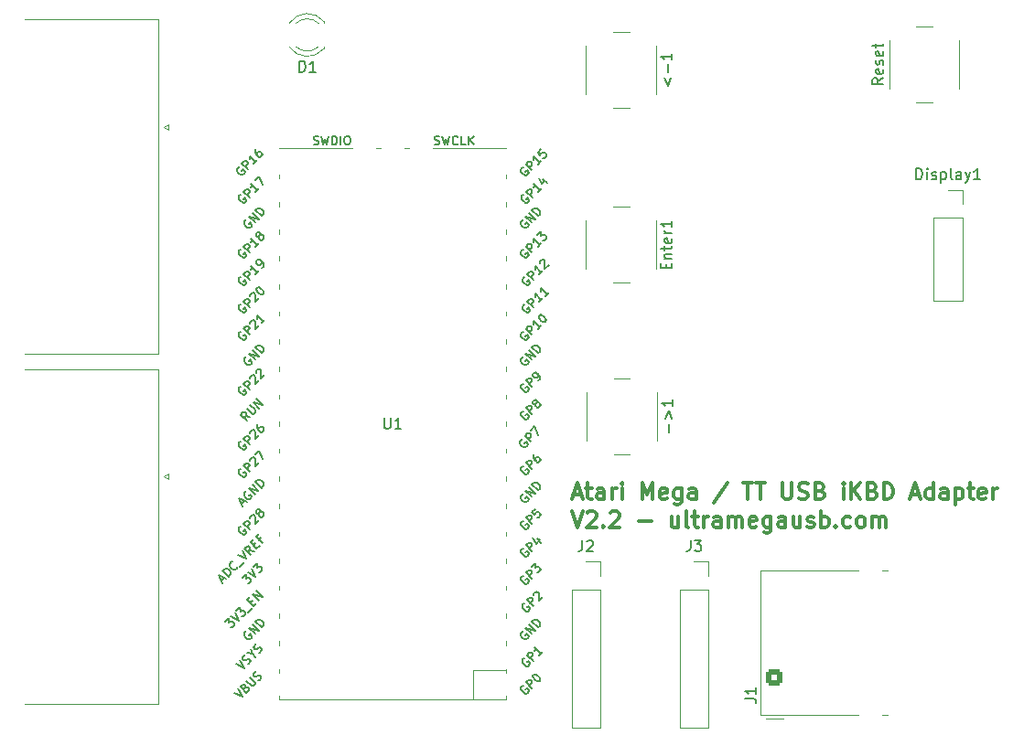
<source format=gto>
G04 #@! TF.GenerationSoftware,KiCad,Pcbnew,9.0.5*
G04 #@! TF.CreationDate,2026-01-02T00:08:48+00:00*
G04 #@! TF.ProjectId,PIKBD,50494b42-442e-46b6-9963-61645f706362,2.2*
G04 #@! TF.SameCoordinates,Original*
G04 #@! TF.FileFunction,Legend,Top*
G04 #@! TF.FilePolarity,Positive*
%FSLAX46Y46*%
G04 Gerber Fmt 4.6, Leading zero omitted, Abs format (unit mm)*
G04 Created by KiCad (PCBNEW 9.0.5) date 2026-01-02 00:08:48*
%MOMM*%
%LPD*%
G01*
G04 APERTURE LIST*
G04 Aperture macros list*
%AMRoundRect*
0 Rectangle with rounded corners*
0 $1 Rounding radius*
0 $2 $3 $4 $5 $6 $7 $8 $9 X,Y pos of 4 corners*
0 Add a 4 corners polygon primitive as box body*
4,1,4,$2,$3,$4,$5,$6,$7,$8,$9,$2,$3,0*
0 Add four circle primitives for the rounded corners*
1,1,$1+$1,$2,$3*
1,1,$1+$1,$4,$5*
1,1,$1+$1,$6,$7*
1,1,$1+$1,$8,$9*
0 Add four rect primitives between the rounded corners*
20,1,$1+$1,$2,$3,$4,$5,0*
20,1,$1+$1,$4,$5,$6,$7,0*
20,1,$1+$1,$6,$7,$8,$9,0*
20,1,$1+$1,$8,$9,$2,$3,0*%
G04 Aperture macros list end*
%ADD10C,0.150000*%
%ADD11C,0.300000*%
%ADD12C,0.120000*%
%ADD13C,4.000000*%
%ADD14R,1.600000X1.600000*%
%ADD15C,1.600000*%
%ADD16C,2.000000*%
%ADD17R,1.700000X1.700000*%
%ADD18C,1.700000*%
%ADD19O,1.700000X1.700000*%
%ADD20O,1.800000X1.800000*%
%ADD21O,1.500000X1.500000*%
%ADD22R,3.500000X1.700000*%
%ADD23R,1.700000X3.500000*%
%ADD24C,3.250000*%
%ADD25RoundRect,0.250000X0.510000X-0.510000X0.510000X0.510000X-0.510000X0.510000X-0.510000X-0.510000X0*%
%ADD26C,1.520000*%
%ADD27R,1.800000X1.800000*%
%ADD28C,1.800000*%
G04 APERTURE END LIST*
D10*
X119506388Y-114539049D02*
X119775762Y-114269675D01*
X119614137Y-114754549D02*
X119237014Y-114000301D01*
X119237014Y-114000301D02*
X119991261Y-114377425D01*
X120179823Y-114188863D02*
X119614137Y-113623178D01*
X119614137Y-113623178D02*
X119748824Y-113488491D01*
X119748824Y-113488491D02*
X119856574Y-113434616D01*
X119856574Y-113434616D02*
X119964323Y-113434616D01*
X119964323Y-113434616D02*
X120045136Y-113461553D01*
X120045136Y-113461553D02*
X120179823Y-113542366D01*
X120179823Y-113542366D02*
X120260635Y-113623178D01*
X120260635Y-113623178D02*
X120341447Y-113757865D01*
X120341447Y-113757865D02*
X120368384Y-113838677D01*
X120368384Y-113838677D02*
X120368384Y-113946427D01*
X120368384Y-113946427D02*
X120314510Y-114054176D01*
X120314510Y-114054176D02*
X120179823Y-114188863D01*
X121014882Y-113246054D02*
X121014882Y-113299929D01*
X121014882Y-113299929D02*
X120961007Y-113407679D01*
X120961007Y-113407679D02*
X120907132Y-113461553D01*
X120907132Y-113461553D02*
X120799383Y-113515428D01*
X120799383Y-113515428D02*
X120691633Y-113515428D01*
X120691633Y-113515428D02*
X120610821Y-113488491D01*
X120610821Y-113488491D02*
X120476134Y-113407679D01*
X120476134Y-113407679D02*
X120395322Y-113326866D01*
X120395322Y-113326866D02*
X120314510Y-113192179D01*
X120314510Y-113192179D02*
X120287572Y-113111367D01*
X120287572Y-113111367D02*
X120287572Y-113003618D01*
X120287572Y-113003618D02*
X120341447Y-112895868D01*
X120341447Y-112895868D02*
X120395322Y-112841993D01*
X120395322Y-112841993D02*
X120503071Y-112788118D01*
X120503071Y-112788118D02*
X120556946Y-112788118D01*
X121230381Y-113246054D02*
X121661380Y-112815056D01*
X121095694Y-112141621D02*
X121849942Y-112518744D01*
X121849942Y-112518744D02*
X121472818Y-111764497D01*
X122550314Y-111818372D02*
X122092378Y-111737560D01*
X122227065Y-112141621D02*
X121661380Y-111575935D01*
X121661380Y-111575935D02*
X121876879Y-111360436D01*
X121876879Y-111360436D02*
X121957691Y-111333499D01*
X121957691Y-111333499D02*
X122011566Y-111333499D01*
X122011566Y-111333499D02*
X122092378Y-111360436D01*
X122092378Y-111360436D02*
X122173190Y-111441248D01*
X122173190Y-111441248D02*
X122200128Y-111522061D01*
X122200128Y-111522061D02*
X122200128Y-111575935D01*
X122200128Y-111575935D02*
X122173190Y-111656748D01*
X122173190Y-111656748D02*
X121957691Y-111872247D01*
X122496439Y-111279624D02*
X122685001Y-111091062D01*
X123062124Y-111306561D02*
X122792750Y-111575935D01*
X122792750Y-111575935D02*
X122227065Y-111010250D01*
X122227065Y-111010250D02*
X122496439Y-110740876D01*
X123196812Y-110579251D02*
X123008250Y-110767813D01*
X123304561Y-111064125D02*
X122738876Y-110498439D01*
X122738876Y-110498439D02*
X123008250Y-110229065D01*
D11*
X151940225Y-108100828D02*
X152440225Y-109600828D01*
X152440225Y-109600828D02*
X152940225Y-108100828D01*
X153368796Y-108243685D02*
X153440224Y-108172257D01*
X153440224Y-108172257D02*
X153583082Y-108100828D01*
X153583082Y-108100828D02*
X153940224Y-108100828D01*
X153940224Y-108100828D02*
X154083082Y-108172257D01*
X154083082Y-108172257D02*
X154154510Y-108243685D01*
X154154510Y-108243685D02*
X154225939Y-108386542D01*
X154225939Y-108386542D02*
X154225939Y-108529400D01*
X154225939Y-108529400D02*
X154154510Y-108743685D01*
X154154510Y-108743685D02*
X153297367Y-109600828D01*
X153297367Y-109600828D02*
X154225939Y-109600828D01*
X154868795Y-109457971D02*
X154940224Y-109529400D01*
X154940224Y-109529400D02*
X154868795Y-109600828D01*
X154868795Y-109600828D02*
X154797367Y-109529400D01*
X154797367Y-109529400D02*
X154868795Y-109457971D01*
X154868795Y-109457971D02*
X154868795Y-109600828D01*
X155511653Y-108243685D02*
X155583081Y-108172257D01*
X155583081Y-108172257D02*
X155725939Y-108100828D01*
X155725939Y-108100828D02*
X156083081Y-108100828D01*
X156083081Y-108100828D02*
X156225939Y-108172257D01*
X156225939Y-108172257D02*
X156297367Y-108243685D01*
X156297367Y-108243685D02*
X156368796Y-108386542D01*
X156368796Y-108386542D02*
X156368796Y-108529400D01*
X156368796Y-108529400D02*
X156297367Y-108743685D01*
X156297367Y-108743685D02*
X155440224Y-109600828D01*
X155440224Y-109600828D02*
X156368796Y-109600828D01*
X158154509Y-109029400D02*
X159297367Y-109029400D01*
X161797367Y-108600828D02*
X161797367Y-109600828D01*
X161154509Y-108600828D02*
X161154509Y-109386542D01*
X161154509Y-109386542D02*
X161225938Y-109529400D01*
X161225938Y-109529400D02*
X161368795Y-109600828D01*
X161368795Y-109600828D02*
X161583081Y-109600828D01*
X161583081Y-109600828D02*
X161725938Y-109529400D01*
X161725938Y-109529400D02*
X161797367Y-109457971D01*
X162725938Y-109600828D02*
X162583081Y-109529400D01*
X162583081Y-109529400D02*
X162511652Y-109386542D01*
X162511652Y-109386542D02*
X162511652Y-108100828D01*
X163083081Y-108600828D02*
X163654509Y-108600828D01*
X163297366Y-108100828D02*
X163297366Y-109386542D01*
X163297366Y-109386542D02*
X163368795Y-109529400D01*
X163368795Y-109529400D02*
X163511652Y-109600828D01*
X163511652Y-109600828D02*
X163654509Y-109600828D01*
X164154509Y-109600828D02*
X164154509Y-108600828D01*
X164154509Y-108886542D02*
X164225938Y-108743685D01*
X164225938Y-108743685D02*
X164297367Y-108672257D01*
X164297367Y-108672257D02*
X164440224Y-108600828D01*
X164440224Y-108600828D02*
X164583081Y-108600828D01*
X165725938Y-109600828D02*
X165725938Y-108815114D01*
X165725938Y-108815114D02*
X165654509Y-108672257D01*
X165654509Y-108672257D02*
X165511652Y-108600828D01*
X165511652Y-108600828D02*
X165225938Y-108600828D01*
X165225938Y-108600828D02*
X165083080Y-108672257D01*
X165725938Y-109529400D02*
X165583080Y-109600828D01*
X165583080Y-109600828D02*
X165225938Y-109600828D01*
X165225938Y-109600828D02*
X165083080Y-109529400D01*
X165083080Y-109529400D02*
X165011652Y-109386542D01*
X165011652Y-109386542D02*
X165011652Y-109243685D01*
X165011652Y-109243685D02*
X165083080Y-109100828D01*
X165083080Y-109100828D02*
X165225938Y-109029400D01*
X165225938Y-109029400D02*
X165583080Y-109029400D01*
X165583080Y-109029400D02*
X165725938Y-108957971D01*
X166440223Y-109600828D02*
X166440223Y-108600828D01*
X166440223Y-108743685D02*
X166511652Y-108672257D01*
X166511652Y-108672257D02*
X166654509Y-108600828D01*
X166654509Y-108600828D02*
X166868795Y-108600828D01*
X166868795Y-108600828D02*
X167011652Y-108672257D01*
X167011652Y-108672257D02*
X167083081Y-108815114D01*
X167083081Y-108815114D02*
X167083081Y-109600828D01*
X167083081Y-108815114D02*
X167154509Y-108672257D01*
X167154509Y-108672257D02*
X167297366Y-108600828D01*
X167297366Y-108600828D02*
X167511652Y-108600828D01*
X167511652Y-108600828D02*
X167654509Y-108672257D01*
X167654509Y-108672257D02*
X167725938Y-108815114D01*
X167725938Y-108815114D02*
X167725938Y-109600828D01*
X169011652Y-109529400D02*
X168868795Y-109600828D01*
X168868795Y-109600828D02*
X168583081Y-109600828D01*
X168583081Y-109600828D02*
X168440223Y-109529400D01*
X168440223Y-109529400D02*
X168368795Y-109386542D01*
X168368795Y-109386542D02*
X168368795Y-108815114D01*
X168368795Y-108815114D02*
X168440223Y-108672257D01*
X168440223Y-108672257D02*
X168583081Y-108600828D01*
X168583081Y-108600828D02*
X168868795Y-108600828D01*
X168868795Y-108600828D02*
X169011652Y-108672257D01*
X169011652Y-108672257D02*
X169083081Y-108815114D01*
X169083081Y-108815114D02*
X169083081Y-108957971D01*
X169083081Y-108957971D02*
X168368795Y-109100828D01*
X170368795Y-108600828D02*
X170368795Y-109815114D01*
X170368795Y-109815114D02*
X170297366Y-109957971D01*
X170297366Y-109957971D02*
X170225937Y-110029400D01*
X170225937Y-110029400D02*
X170083080Y-110100828D01*
X170083080Y-110100828D02*
X169868795Y-110100828D01*
X169868795Y-110100828D02*
X169725937Y-110029400D01*
X170368795Y-109529400D02*
X170225937Y-109600828D01*
X170225937Y-109600828D02*
X169940223Y-109600828D01*
X169940223Y-109600828D02*
X169797366Y-109529400D01*
X169797366Y-109529400D02*
X169725937Y-109457971D01*
X169725937Y-109457971D02*
X169654509Y-109315114D01*
X169654509Y-109315114D02*
X169654509Y-108886542D01*
X169654509Y-108886542D02*
X169725937Y-108743685D01*
X169725937Y-108743685D02*
X169797366Y-108672257D01*
X169797366Y-108672257D02*
X169940223Y-108600828D01*
X169940223Y-108600828D02*
X170225937Y-108600828D01*
X170225937Y-108600828D02*
X170368795Y-108672257D01*
X171725938Y-109600828D02*
X171725938Y-108815114D01*
X171725938Y-108815114D02*
X171654509Y-108672257D01*
X171654509Y-108672257D02*
X171511652Y-108600828D01*
X171511652Y-108600828D02*
X171225938Y-108600828D01*
X171225938Y-108600828D02*
X171083080Y-108672257D01*
X171725938Y-109529400D02*
X171583080Y-109600828D01*
X171583080Y-109600828D02*
X171225938Y-109600828D01*
X171225938Y-109600828D02*
X171083080Y-109529400D01*
X171083080Y-109529400D02*
X171011652Y-109386542D01*
X171011652Y-109386542D02*
X171011652Y-109243685D01*
X171011652Y-109243685D02*
X171083080Y-109100828D01*
X171083080Y-109100828D02*
X171225938Y-109029400D01*
X171225938Y-109029400D02*
X171583080Y-109029400D01*
X171583080Y-109029400D02*
X171725938Y-108957971D01*
X173083081Y-108600828D02*
X173083081Y-109600828D01*
X172440223Y-108600828D02*
X172440223Y-109386542D01*
X172440223Y-109386542D02*
X172511652Y-109529400D01*
X172511652Y-109529400D02*
X172654509Y-109600828D01*
X172654509Y-109600828D02*
X172868795Y-109600828D01*
X172868795Y-109600828D02*
X173011652Y-109529400D01*
X173011652Y-109529400D02*
X173083081Y-109457971D01*
X173725938Y-109529400D02*
X173868795Y-109600828D01*
X173868795Y-109600828D02*
X174154509Y-109600828D01*
X174154509Y-109600828D02*
X174297366Y-109529400D01*
X174297366Y-109529400D02*
X174368795Y-109386542D01*
X174368795Y-109386542D02*
X174368795Y-109315114D01*
X174368795Y-109315114D02*
X174297366Y-109172257D01*
X174297366Y-109172257D02*
X174154509Y-109100828D01*
X174154509Y-109100828D02*
X173940224Y-109100828D01*
X173940224Y-109100828D02*
X173797366Y-109029400D01*
X173797366Y-109029400D02*
X173725938Y-108886542D01*
X173725938Y-108886542D02*
X173725938Y-108815114D01*
X173725938Y-108815114D02*
X173797366Y-108672257D01*
X173797366Y-108672257D02*
X173940224Y-108600828D01*
X173940224Y-108600828D02*
X174154509Y-108600828D01*
X174154509Y-108600828D02*
X174297366Y-108672257D01*
X175011652Y-109600828D02*
X175011652Y-108100828D01*
X175011652Y-108672257D02*
X175154510Y-108600828D01*
X175154510Y-108600828D02*
X175440224Y-108600828D01*
X175440224Y-108600828D02*
X175583081Y-108672257D01*
X175583081Y-108672257D02*
X175654510Y-108743685D01*
X175654510Y-108743685D02*
X175725938Y-108886542D01*
X175725938Y-108886542D02*
X175725938Y-109315114D01*
X175725938Y-109315114D02*
X175654510Y-109457971D01*
X175654510Y-109457971D02*
X175583081Y-109529400D01*
X175583081Y-109529400D02*
X175440224Y-109600828D01*
X175440224Y-109600828D02*
X175154510Y-109600828D01*
X175154510Y-109600828D02*
X175011652Y-109529400D01*
X176368795Y-109457971D02*
X176440224Y-109529400D01*
X176440224Y-109529400D02*
X176368795Y-109600828D01*
X176368795Y-109600828D02*
X176297367Y-109529400D01*
X176297367Y-109529400D02*
X176368795Y-109457971D01*
X176368795Y-109457971D02*
X176368795Y-109600828D01*
X177725939Y-109529400D02*
X177583081Y-109600828D01*
X177583081Y-109600828D02*
X177297367Y-109600828D01*
X177297367Y-109600828D02*
X177154510Y-109529400D01*
X177154510Y-109529400D02*
X177083081Y-109457971D01*
X177083081Y-109457971D02*
X177011653Y-109315114D01*
X177011653Y-109315114D02*
X177011653Y-108886542D01*
X177011653Y-108886542D02*
X177083081Y-108743685D01*
X177083081Y-108743685D02*
X177154510Y-108672257D01*
X177154510Y-108672257D02*
X177297367Y-108600828D01*
X177297367Y-108600828D02*
X177583081Y-108600828D01*
X177583081Y-108600828D02*
X177725939Y-108672257D01*
X178583081Y-109600828D02*
X178440224Y-109529400D01*
X178440224Y-109529400D02*
X178368795Y-109457971D01*
X178368795Y-109457971D02*
X178297367Y-109315114D01*
X178297367Y-109315114D02*
X178297367Y-108886542D01*
X178297367Y-108886542D02*
X178368795Y-108743685D01*
X178368795Y-108743685D02*
X178440224Y-108672257D01*
X178440224Y-108672257D02*
X178583081Y-108600828D01*
X178583081Y-108600828D02*
X178797367Y-108600828D01*
X178797367Y-108600828D02*
X178940224Y-108672257D01*
X178940224Y-108672257D02*
X179011653Y-108743685D01*
X179011653Y-108743685D02*
X179083081Y-108886542D01*
X179083081Y-108886542D02*
X179083081Y-109315114D01*
X179083081Y-109315114D02*
X179011653Y-109457971D01*
X179011653Y-109457971D02*
X178940224Y-109529400D01*
X178940224Y-109529400D02*
X178797367Y-109600828D01*
X178797367Y-109600828D02*
X178583081Y-109600828D01*
X179725938Y-109600828D02*
X179725938Y-108600828D01*
X179725938Y-108743685D02*
X179797367Y-108672257D01*
X179797367Y-108672257D02*
X179940224Y-108600828D01*
X179940224Y-108600828D02*
X180154510Y-108600828D01*
X180154510Y-108600828D02*
X180297367Y-108672257D01*
X180297367Y-108672257D02*
X180368796Y-108815114D01*
X180368796Y-108815114D02*
X180368796Y-109600828D01*
X180368796Y-108815114D02*
X180440224Y-108672257D01*
X180440224Y-108672257D02*
X180583081Y-108600828D01*
X180583081Y-108600828D02*
X180797367Y-108600828D01*
X180797367Y-108600828D02*
X180940224Y-108672257D01*
X180940224Y-108672257D02*
X181011653Y-108815114D01*
X181011653Y-108815114D02*
X181011653Y-109600828D01*
X152083082Y-106572257D02*
X152797368Y-106572257D01*
X151940225Y-107000828D02*
X152440225Y-105500828D01*
X152440225Y-105500828D02*
X152940225Y-107000828D01*
X153225939Y-106000828D02*
X153797367Y-106000828D01*
X153440224Y-105500828D02*
X153440224Y-106786542D01*
X153440224Y-106786542D02*
X153511653Y-106929400D01*
X153511653Y-106929400D02*
X153654510Y-107000828D01*
X153654510Y-107000828D02*
X153797367Y-107000828D01*
X154940225Y-107000828D02*
X154940225Y-106215114D01*
X154940225Y-106215114D02*
X154868796Y-106072257D01*
X154868796Y-106072257D02*
X154725939Y-106000828D01*
X154725939Y-106000828D02*
X154440225Y-106000828D01*
X154440225Y-106000828D02*
X154297367Y-106072257D01*
X154940225Y-106929400D02*
X154797367Y-107000828D01*
X154797367Y-107000828D02*
X154440225Y-107000828D01*
X154440225Y-107000828D02*
X154297367Y-106929400D01*
X154297367Y-106929400D02*
X154225939Y-106786542D01*
X154225939Y-106786542D02*
X154225939Y-106643685D01*
X154225939Y-106643685D02*
X154297367Y-106500828D01*
X154297367Y-106500828D02*
X154440225Y-106429400D01*
X154440225Y-106429400D02*
X154797367Y-106429400D01*
X154797367Y-106429400D02*
X154940225Y-106357971D01*
X155654510Y-107000828D02*
X155654510Y-106000828D01*
X155654510Y-106286542D02*
X155725939Y-106143685D01*
X155725939Y-106143685D02*
X155797368Y-106072257D01*
X155797368Y-106072257D02*
X155940225Y-106000828D01*
X155940225Y-106000828D02*
X156083082Y-106000828D01*
X156583081Y-107000828D02*
X156583081Y-106000828D01*
X156583081Y-105500828D02*
X156511653Y-105572257D01*
X156511653Y-105572257D02*
X156583081Y-105643685D01*
X156583081Y-105643685D02*
X156654510Y-105572257D01*
X156654510Y-105572257D02*
X156583081Y-105500828D01*
X156583081Y-105500828D02*
X156583081Y-105643685D01*
X158440224Y-107000828D02*
X158440224Y-105500828D01*
X158440224Y-105500828D02*
X158940224Y-106572257D01*
X158940224Y-106572257D02*
X159440224Y-105500828D01*
X159440224Y-105500828D02*
X159440224Y-107000828D01*
X160725939Y-106929400D02*
X160583082Y-107000828D01*
X160583082Y-107000828D02*
X160297368Y-107000828D01*
X160297368Y-107000828D02*
X160154510Y-106929400D01*
X160154510Y-106929400D02*
X160083082Y-106786542D01*
X160083082Y-106786542D02*
X160083082Y-106215114D01*
X160083082Y-106215114D02*
X160154510Y-106072257D01*
X160154510Y-106072257D02*
X160297368Y-106000828D01*
X160297368Y-106000828D02*
X160583082Y-106000828D01*
X160583082Y-106000828D02*
X160725939Y-106072257D01*
X160725939Y-106072257D02*
X160797368Y-106215114D01*
X160797368Y-106215114D02*
X160797368Y-106357971D01*
X160797368Y-106357971D02*
X160083082Y-106500828D01*
X162083082Y-106000828D02*
X162083082Y-107215114D01*
X162083082Y-107215114D02*
X162011653Y-107357971D01*
X162011653Y-107357971D02*
X161940224Y-107429400D01*
X161940224Y-107429400D02*
X161797367Y-107500828D01*
X161797367Y-107500828D02*
X161583082Y-107500828D01*
X161583082Y-107500828D02*
X161440224Y-107429400D01*
X162083082Y-106929400D02*
X161940224Y-107000828D01*
X161940224Y-107000828D02*
X161654510Y-107000828D01*
X161654510Y-107000828D02*
X161511653Y-106929400D01*
X161511653Y-106929400D02*
X161440224Y-106857971D01*
X161440224Y-106857971D02*
X161368796Y-106715114D01*
X161368796Y-106715114D02*
X161368796Y-106286542D01*
X161368796Y-106286542D02*
X161440224Y-106143685D01*
X161440224Y-106143685D02*
X161511653Y-106072257D01*
X161511653Y-106072257D02*
X161654510Y-106000828D01*
X161654510Y-106000828D02*
X161940224Y-106000828D01*
X161940224Y-106000828D02*
X162083082Y-106072257D01*
X163440225Y-107000828D02*
X163440225Y-106215114D01*
X163440225Y-106215114D02*
X163368796Y-106072257D01*
X163368796Y-106072257D02*
X163225939Y-106000828D01*
X163225939Y-106000828D02*
X162940225Y-106000828D01*
X162940225Y-106000828D02*
X162797367Y-106072257D01*
X163440225Y-106929400D02*
X163297367Y-107000828D01*
X163297367Y-107000828D02*
X162940225Y-107000828D01*
X162940225Y-107000828D02*
X162797367Y-106929400D01*
X162797367Y-106929400D02*
X162725939Y-106786542D01*
X162725939Y-106786542D02*
X162725939Y-106643685D01*
X162725939Y-106643685D02*
X162797367Y-106500828D01*
X162797367Y-106500828D02*
X162940225Y-106429400D01*
X162940225Y-106429400D02*
X163297367Y-106429400D01*
X163297367Y-106429400D02*
X163440225Y-106357971D01*
X166368796Y-105429400D02*
X165083082Y-107357971D01*
X167797368Y-105500828D02*
X168654511Y-105500828D01*
X168225939Y-107000828D02*
X168225939Y-105500828D01*
X168940225Y-105500828D02*
X169797368Y-105500828D01*
X169368796Y-107000828D02*
X169368796Y-105500828D01*
X171440224Y-105500828D02*
X171440224Y-106715114D01*
X171440224Y-106715114D02*
X171511653Y-106857971D01*
X171511653Y-106857971D02*
X171583082Y-106929400D01*
X171583082Y-106929400D02*
X171725939Y-107000828D01*
X171725939Y-107000828D02*
X172011653Y-107000828D01*
X172011653Y-107000828D02*
X172154510Y-106929400D01*
X172154510Y-106929400D02*
X172225939Y-106857971D01*
X172225939Y-106857971D02*
X172297367Y-106715114D01*
X172297367Y-106715114D02*
X172297367Y-105500828D01*
X172940225Y-106929400D02*
X173154511Y-107000828D01*
X173154511Y-107000828D02*
X173511653Y-107000828D01*
X173511653Y-107000828D02*
X173654511Y-106929400D01*
X173654511Y-106929400D02*
X173725939Y-106857971D01*
X173725939Y-106857971D02*
X173797368Y-106715114D01*
X173797368Y-106715114D02*
X173797368Y-106572257D01*
X173797368Y-106572257D02*
X173725939Y-106429400D01*
X173725939Y-106429400D02*
X173654511Y-106357971D01*
X173654511Y-106357971D02*
X173511653Y-106286542D01*
X173511653Y-106286542D02*
X173225939Y-106215114D01*
X173225939Y-106215114D02*
X173083082Y-106143685D01*
X173083082Y-106143685D02*
X173011653Y-106072257D01*
X173011653Y-106072257D02*
X172940225Y-105929400D01*
X172940225Y-105929400D02*
X172940225Y-105786542D01*
X172940225Y-105786542D02*
X173011653Y-105643685D01*
X173011653Y-105643685D02*
X173083082Y-105572257D01*
X173083082Y-105572257D02*
X173225939Y-105500828D01*
X173225939Y-105500828D02*
X173583082Y-105500828D01*
X173583082Y-105500828D02*
X173797368Y-105572257D01*
X174940224Y-106215114D02*
X175154510Y-106286542D01*
X175154510Y-106286542D02*
X175225939Y-106357971D01*
X175225939Y-106357971D02*
X175297367Y-106500828D01*
X175297367Y-106500828D02*
X175297367Y-106715114D01*
X175297367Y-106715114D02*
X175225939Y-106857971D01*
X175225939Y-106857971D02*
X175154510Y-106929400D01*
X175154510Y-106929400D02*
X175011653Y-107000828D01*
X175011653Y-107000828D02*
X174440224Y-107000828D01*
X174440224Y-107000828D02*
X174440224Y-105500828D01*
X174440224Y-105500828D02*
X174940224Y-105500828D01*
X174940224Y-105500828D02*
X175083082Y-105572257D01*
X175083082Y-105572257D02*
X175154510Y-105643685D01*
X175154510Y-105643685D02*
X175225939Y-105786542D01*
X175225939Y-105786542D02*
X175225939Y-105929400D01*
X175225939Y-105929400D02*
X175154510Y-106072257D01*
X175154510Y-106072257D02*
X175083082Y-106143685D01*
X175083082Y-106143685D02*
X174940224Y-106215114D01*
X174940224Y-106215114D02*
X174440224Y-106215114D01*
X177083081Y-107000828D02*
X177083081Y-106000828D01*
X177083081Y-105500828D02*
X177011653Y-105572257D01*
X177011653Y-105572257D02*
X177083081Y-105643685D01*
X177083081Y-105643685D02*
X177154510Y-105572257D01*
X177154510Y-105572257D02*
X177083081Y-105500828D01*
X177083081Y-105500828D02*
X177083081Y-105643685D01*
X177797367Y-107000828D02*
X177797367Y-105500828D01*
X178654510Y-107000828D02*
X178011653Y-106143685D01*
X178654510Y-105500828D02*
X177797367Y-106357971D01*
X179797367Y-106215114D02*
X180011653Y-106286542D01*
X180011653Y-106286542D02*
X180083082Y-106357971D01*
X180083082Y-106357971D02*
X180154510Y-106500828D01*
X180154510Y-106500828D02*
X180154510Y-106715114D01*
X180154510Y-106715114D02*
X180083082Y-106857971D01*
X180083082Y-106857971D02*
X180011653Y-106929400D01*
X180011653Y-106929400D02*
X179868796Y-107000828D01*
X179868796Y-107000828D02*
X179297367Y-107000828D01*
X179297367Y-107000828D02*
X179297367Y-105500828D01*
X179297367Y-105500828D02*
X179797367Y-105500828D01*
X179797367Y-105500828D02*
X179940225Y-105572257D01*
X179940225Y-105572257D02*
X180011653Y-105643685D01*
X180011653Y-105643685D02*
X180083082Y-105786542D01*
X180083082Y-105786542D02*
X180083082Y-105929400D01*
X180083082Y-105929400D02*
X180011653Y-106072257D01*
X180011653Y-106072257D02*
X179940225Y-106143685D01*
X179940225Y-106143685D02*
X179797367Y-106215114D01*
X179797367Y-106215114D02*
X179297367Y-106215114D01*
X180797367Y-107000828D02*
X180797367Y-105500828D01*
X180797367Y-105500828D02*
X181154510Y-105500828D01*
X181154510Y-105500828D02*
X181368796Y-105572257D01*
X181368796Y-105572257D02*
X181511653Y-105715114D01*
X181511653Y-105715114D02*
X181583082Y-105857971D01*
X181583082Y-105857971D02*
X181654510Y-106143685D01*
X181654510Y-106143685D02*
X181654510Y-106357971D01*
X181654510Y-106357971D02*
X181583082Y-106643685D01*
X181583082Y-106643685D02*
X181511653Y-106786542D01*
X181511653Y-106786542D02*
X181368796Y-106929400D01*
X181368796Y-106929400D02*
X181154510Y-107000828D01*
X181154510Y-107000828D02*
X180797367Y-107000828D01*
X183368796Y-106572257D02*
X184083082Y-106572257D01*
X183225939Y-107000828D02*
X183725939Y-105500828D01*
X183725939Y-105500828D02*
X184225939Y-107000828D01*
X185368796Y-107000828D02*
X185368796Y-105500828D01*
X185368796Y-106929400D02*
X185225938Y-107000828D01*
X185225938Y-107000828D02*
X184940224Y-107000828D01*
X184940224Y-107000828D02*
X184797367Y-106929400D01*
X184797367Y-106929400D02*
X184725938Y-106857971D01*
X184725938Y-106857971D02*
X184654510Y-106715114D01*
X184654510Y-106715114D02*
X184654510Y-106286542D01*
X184654510Y-106286542D02*
X184725938Y-106143685D01*
X184725938Y-106143685D02*
X184797367Y-106072257D01*
X184797367Y-106072257D02*
X184940224Y-106000828D01*
X184940224Y-106000828D02*
X185225938Y-106000828D01*
X185225938Y-106000828D02*
X185368796Y-106072257D01*
X186725939Y-107000828D02*
X186725939Y-106215114D01*
X186725939Y-106215114D02*
X186654510Y-106072257D01*
X186654510Y-106072257D02*
X186511653Y-106000828D01*
X186511653Y-106000828D02*
X186225939Y-106000828D01*
X186225939Y-106000828D02*
X186083081Y-106072257D01*
X186725939Y-106929400D02*
X186583081Y-107000828D01*
X186583081Y-107000828D02*
X186225939Y-107000828D01*
X186225939Y-107000828D02*
X186083081Y-106929400D01*
X186083081Y-106929400D02*
X186011653Y-106786542D01*
X186011653Y-106786542D02*
X186011653Y-106643685D01*
X186011653Y-106643685D02*
X186083081Y-106500828D01*
X186083081Y-106500828D02*
X186225939Y-106429400D01*
X186225939Y-106429400D02*
X186583081Y-106429400D01*
X186583081Y-106429400D02*
X186725939Y-106357971D01*
X187440224Y-106000828D02*
X187440224Y-107500828D01*
X187440224Y-106072257D02*
X187583082Y-106000828D01*
X187583082Y-106000828D02*
X187868796Y-106000828D01*
X187868796Y-106000828D02*
X188011653Y-106072257D01*
X188011653Y-106072257D02*
X188083082Y-106143685D01*
X188083082Y-106143685D02*
X188154510Y-106286542D01*
X188154510Y-106286542D02*
X188154510Y-106715114D01*
X188154510Y-106715114D02*
X188083082Y-106857971D01*
X188083082Y-106857971D02*
X188011653Y-106929400D01*
X188011653Y-106929400D02*
X187868796Y-107000828D01*
X187868796Y-107000828D02*
X187583082Y-107000828D01*
X187583082Y-107000828D02*
X187440224Y-106929400D01*
X188583082Y-106000828D02*
X189154510Y-106000828D01*
X188797367Y-105500828D02*
X188797367Y-106786542D01*
X188797367Y-106786542D02*
X188868796Y-106929400D01*
X188868796Y-106929400D02*
X189011653Y-107000828D01*
X189011653Y-107000828D02*
X189154510Y-107000828D01*
X190225939Y-106929400D02*
X190083082Y-107000828D01*
X190083082Y-107000828D02*
X189797368Y-107000828D01*
X189797368Y-107000828D02*
X189654510Y-106929400D01*
X189654510Y-106929400D02*
X189583082Y-106786542D01*
X189583082Y-106786542D02*
X189583082Y-106215114D01*
X189583082Y-106215114D02*
X189654510Y-106072257D01*
X189654510Y-106072257D02*
X189797368Y-106000828D01*
X189797368Y-106000828D02*
X190083082Y-106000828D01*
X190083082Y-106000828D02*
X190225939Y-106072257D01*
X190225939Y-106072257D02*
X190297368Y-106215114D01*
X190297368Y-106215114D02*
X190297368Y-106357971D01*
X190297368Y-106357971D02*
X189583082Y-106500828D01*
X190940224Y-107000828D02*
X190940224Y-106000828D01*
X190940224Y-106286542D02*
X191011653Y-106143685D01*
X191011653Y-106143685D02*
X191083082Y-106072257D01*
X191083082Y-106072257D02*
X191225939Y-106000828D01*
X191225939Y-106000828D02*
X191368796Y-106000828D01*
D10*
X160691009Y-85606666D02*
X160691009Y-85273333D01*
X161214819Y-85130476D02*
X161214819Y-85606666D01*
X161214819Y-85606666D02*
X160214819Y-85606666D01*
X160214819Y-85606666D02*
X160214819Y-85130476D01*
X160548152Y-84701904D02*
X161214819Y-84701904D01*
X160643390Y-84701904D02*
X160595771Y-84654285D01*
X160595771Y-84654285D02*
X160548152Y-84559047D01*
X160548152Y-84559047D02*
X160548152Y-84416190D01*
X160548152Y-84416190D02*
X160595771Y-84320952D01*
X160595771Y-84320952D02*
X160691009Y-84273333D01*
X160691009Y-84273333D02*
X161214819Y-84273333D01*
X160548152Y-83939999D02*
X160548152Y-83559047D01*
X160214819Y-83797142D02*
X161071961Y-83797142D01*
X161071961Y-83797142D02*
X161167200Y-83749523D01*
X161167200Y-83749523D02*
X161214819Y-83654285D01*
X161214819Y-83654285D02*
X161214819Y-83559047D01*
X161167200Y-82844761D02*
X161214819Y-82939999D01*
X161214819Y-82939999D02*
X161214819Y-83130475D01*
X161214819Y-83130475D02*
X161167200Y-83225713D01*
X161167200Y-83225713D02*
X161071961Y-83273332D01*
X161071961Y-83273332D02*
X160691009Y-83273332D01*
X160691009Y-83273332D02*
X160595771Y-83225713D01*
X160595771Y-83225713D02*
X160548152Y-83130475D01*
X160548152Y-83130475D02*
X160548152Y-82939999D01*
X160548152Y-82939999D02*
X160595771Y-82844761D01*
X160595771Y-82844761D02*
X160691009Y-82797142D01*
X160691009Y-82797142D02*
X160786247Y-82797142D01*
X160786247Y-82797142D02*
X160881485Y-83273332D01*
X161214819Y-82368570D02*
X160548152Y-82368570D01*
X160738628Y-82368570D02*
X160643390Y-82320951D01*
X160643390Y-82320951D02*
X160595771Y-82273332D01*
X160595771Y-82273332D02*
X160548152Y-82178094D01*
X160548152Y-82178094D02*
X160548152Y-82082856D01*
X161214819Y-81225713D02*
X161214819Y-81797141D01*
X161214819Y-81511427D02*
X160214819Y-81511427D01*
X160214819Y-81511427D02*
X160357676Y-81606665D01*
X160357676Y-81606665D02*
X160452914Y-81701903D01*
X160452914Y-81701903D02*
X160500533Y-81797141D01*
X180754819Y-67988095D02*
X180278628Y-68321428D01*
X180754819Y-68559523D02*
X179754819Y-68559523D01*
X179754819Y-68559523D02*
X179754819Y-68178571D01*
X179754819Y-68178571D02*
X179802438Y-68083333D01*
X179802438Y-68083333D02*
X179850057Y-68035714D01*
X179850057Y-68035714D02*
X179945295Y-67988095D01*
X179945295Y-67988095D02*
X180088152Y-67988095D01*
X180088152Y-67988095D02*
X180183390Y-68035714D01*
X180183390Y-68035714D02*
X180231009Y-68083333D01*
X180231009Y-68083333D02*
X180278628Y-68178571D01*
X180278628Y-68178571D02*
X180278628Y-68559523D01*
X180707200Y-67178571D02*
X180754819Y-67273809D01*
X180754819Y-67273809D02*
X180754819Y-67464285D01*
X180754819Y-67464285D02*
X180707200Y-67559523D01*
X180707200Y-67559523D02*
X180611961Y-67607142D01*
X180611961Y-67607142D02*
X180231009Y-67607142D01*
X180231009Y-67607142D02*
X180135771Y-67559523D01*
X180135771Y-67559523D02*
X180088152Y-67464285D01*
X180088152Y-67464285D02*
X180088152Y-67273809D01*
X180088152Y-67273809D02*
X180135771Y-67178571D01*
X180135771Y-67178571D02*
X180231009Y-67130952D01*
X180231009Y-67130952D02*
X180326247Y-67130952D01*
X180326247Y-67130952D02*
X180421485Y-67607142D01*
X180707200Y-66749999D02*
X180754819Y-66654761D01*
X180754819Y-66654761D02*
X180754819Y-66464285D01*
X180754819Y-66464285D02*
X180707200Y-66369047D01*
X180707200Y-66369047D02*
X180611961Y-66321428D01*
X180611961Y-66321428D02*
X180564342Y-66321428D01*
X180564342Y-66321428D02*
X180469104Y-66369047D01*
X180469104Y-66369047D02*
X180421485Y-66464285D01*
X180421485Y-66464285D02*
X180421485Y-66607142D01*
X180421485Y-66607142D02*
X180373866Y-66702380D01*
X180373866Y-66702380D02*
X180278628Y-66749999D01*
X180278628Y-66749999D02*
X180231009Y-66749999D01*
X180231009Y-66749999D02*
X180135771Y-66702380D01*
X180135771Y-66702380D02*
X180088152Y-66607142D01*
X180088152Y-66607142D02*
X180088152Y-66464285D01*
X180088152Y-66464285D02*
X180135771Y-66369047D01*
X180707200Y-65511904D02*
X180754819Y-65607142D01*
X180754819Y-65607142D02*
X180754819Y-65797618D01*
X180754819Y-65797618D02*
X180707200Y-65892856D01*
X180707200Y-65892856D02*
X180611961Y-65940475D01*
X180611961Y-65940475D02*
X180231009Y-65940475D01*
X180231009Y-65940475D02*
X180135771Y-65892856D01*
X180135771Y-65892856D02*
X180088152Y-65797618D01*
X180088152Y-65797618D02*
X180088152Y-65607142D01*
X180088152Y-65607142D02*
X180135771Y-65511904D01*
X180135771Y-65511904D02*
X180231009Y-65464285D01*
X180231009Y-65464285D02*
X180326247Y-65464285D01*
X180326247Y-65464285D02*
X180421485Y-65940475D01*
X180088152Y-65178570D02*
X180088152Y-64797618D01*
X179754819Y-65035713D02*
X180611961Y-65035713D01*
X180611961Y-65035713D02*
X180707200Y-64988094D01*
X180707200Y-64988094D02*
X180754819Y-64892856D01*
X180754819Y-64892856D02*
X180754819Y-64797618D01*
X162926666Y-110799631D02*
X162926666Y-111513916D01*
X162926666Y-111513916D02*
X162879047Y-111656773D01*
X162879047Y-111656773D02*
X162783809Y-111752012D01*
X162783809Y-111752012D02*
X162640952Y-111799631D01*
X162640952Y-111799631D02*
X162545714Y-111799631D01*
X163307619Y-110799631D02*
X163926666Y-110799631D01*
X163926666Y-110799631D02*
X163593333Y-111180583D01*
X163593333Y-111180583D02*
X163736190Y-111180583D01*
X163736190Y-111180583D02*
X163831428Y-111228202D01*
X163831428Y-111228202D02*
X163879047Y-111275821D01*
X163879047Y-111275821D02*
X163926666Y-111371059D01*
X163926666Y-111371059D02*
X163926666Y-111609154D01*
X163926666Y-111609154D02*
X163879047Y-111704392D01*
X163879047Y-111704392D02*
X163831428Y-111752012D01*
X163831428Y-111752012D02*
X163736190Y-111799631D01*
X163736190Y-111799631D02*
X163450476Y-111799631D01*
X163450476Y-111799631D02*
X163355238Y-111752012D01*
X163355238Y-111752012D02*
X163307619Y-111704392D01*
X183821428Y-77364819D02*
X183821428Y-76364819D01*
X183821428Y-76364819D02*
X184059523Y-76364819D01*
X184059523Y-76364819D02*
X184202380Y-76412438D01*
X184202380Y-76412438D02*
X184297618Y-76507676D01*
X184297618Y-76507676D02*
X184345237Y-76602914D01*
X184345237Y-76602914D02*
X184392856Y-76793390D01*
X184392856Y-76793390D02*
X184392856Y-76936247D01*
X184392856Y-76936247D02*
X184345237Y-77126723D01*
X184345237Y-77126723D02*
X184297618Y-77221961D01*
X184297618Y-77221961D02*
X184202380Y-77317200D01*
X184202380Y-77317200D02*
X184059523Y-77364819D01*
X184059523Y-77364819D02*
X183821428Y-77364819D01*
X184821428Y-77364819D02*
X184821428Y-76698152D01*
X184821428Y-76364819D02*
X184773809Y-76412438D01*
X184773809Y-76412438D02*
X184821428Y-76460057D01*
X184821428Y-76460057D02*
X184869047Y-76412438D01*
X184869047Y-76412438D02*
X184821428Y-76364819D01*
X184821428Y-76364819D02*
X184821428Y-76460057D01*
X185249999Y-77317200D02*
X185345237Y-77364819D01*
X185345237Y-77364819D02*
X185535713Y-77364819D01*
X185535713Y-77364819D02*
X185630951Y-77317200D01*
X185630951Y-77317200D02*
X185678570Y-77221961D01*
X185678570Y-77221961D02*
X185678570Y-77174342D01*
X185678570Y-77174342D02*
X185630951Y-77079104D01*
X185630951Y-77079104D02*
X185535713Y-77031485D01*
X185535713Y-77031485D02*
X185392856Y-77031485D01*
X185392856Y-77031485D02*
X185297618Y-76983866D01*
X185297618Y-76983866D02*
X185249999Y-76888628D01*
X185249999Y-76888628D02*
X185249999Y-76841009D01*
X185249999Y-76841009D02*
X185297618Y-76745771D01*
X185297618Y-76745771D02*
X185392856Y-76698152D01*
X185392856Y-76698152D02*
X185535713Y-76698152D01*
X185535713Y-76698152D02*
X185630951Y-76745771D01*
X186107142Y-76698152D02*
X186107142Y-77698152D01*
X186107142Y-76745771D02*
X186202380Y-76698152D01*
X186202380Y-76698152D02*
X186392856Y-76698152D01*
X186392856Y-76698152D02*
X186488094Y-76745771D01*
X186488094Y-76745771D02*
X186535713Y-76793390D01*
X186535713Y-76793390D02*
X186583332Y-76888628D01*
X186583332Y-76888628D02*
X186583332Y-77174342D01*
X186583332Y-77174342D02*
X186535713Y-77269580D01*
X186535713Y-77269580D02*
X186488094Y-77317200D01*
X186488094Y-77317200D02*
X186392856Y-77364819D01*
X186392856Y-77364819D02*
X186202380Y-77364819D01*
X186202380Y-77364819D02*
X186107142Y-77317200D01*
X187154761Y-77364819D02*
X187059523Y-77317200D01*
X187059523Y-77317200D02*
X187011904Y-77221961D01*
X187011904Y-77221961D02*
X187011904Y-76364819D01*
X187964285Y-77364819D02*
X187964285Y-76841009D01*
X187964285Y-76841009D02*
X187916666Y-76745771D01*
X187916666Y-76745771D02*
X187821428Y-76698152D01*
X187821428Y-76698152D02*
X187630952Y-76698152D01*
X187630952Y-76698152D02*
X187535714Y-76745771D01*
X187964285Y-77317200D02*
X187869047Y-77364819D01*
X187869047Y-77364819D02*
X187630952Y-77364819D01*
X187630952Y-77364819D02*
X187535714Y-77317200D01*
X187535714Y-77317200D02*
X187488095Y-77221961D01*
X187488095Y-77221961D02*
X187488095Y-77126723D01*
X187488095Y-77126723D02*
X187535714Y-77031485D01*
X187535714Y-77031485D02*
X187630952Y-76983866D01*
X187630952Y-76983866D02*
X187869047Y-76983866D01*
X187869047Y-76983866D02*
X187964285Y-76936247D01*
X188345238Y-76698152D02*
X188583333Y-77364819D01*
X188821428Y-76698152D02*
X188583333Y-77364819D01*
X188583333Y-77364819D02*
X188488095Y-77602914D01*
X188488095Y-77602914D02*
X188440476Y-77650533D01*
X188440476Y-77650533D02*
X188345238Y-77698152D01*
X189726190Y-77364819D02*
X189154762Y-77364819D01*
X189440476Y-77364819D02*
X189440476Y-76364819D01*
X189440476Y-76364819D02*
X189345238Y-76507676D01*
X189345238Y-76507676D02*
X189250000Y-76602914D01*
X189250000Y-76602914D02*
X189154762Y-76650533D01*
X152926666Y-110799631D02*
X152926666Y-111513916D01*
X152926666Y-111513916D02*
X152879047Y-111656773D01*
X152879047Y-111656773D02*
X152783809Y-111752012D01*
X152783809Y-111752012D02*
X152640952Y-111799631D01*
X152640952Y-111799631D02*
X152545714Y-111799631D01*
X153355238Y-110894869D02*
X153402857Y-110847250D01*
X153402857Y-110847250D02*
X153498095Y-110799631D01*
X153498095Y-110799631D02*
X153736190Y-110799631D01*
X153736190Y-110799631D02*
X153831428Y-110847250D01*
X153831428Y-110847250D02*
X153879047Y-110894869D01*
X153879047Y-110894869D02*
X153926666Y-110990107D01*
X153926666Y-110990107D02*
X153926666Y-111085345D01*
X153926666Y-111085345D02*
X153879047Y-111228202D01*
X153879047Y-111228202D02*
X153307619Y-111799631D01*
X153307619Y-111799631D02*
X153926666Y-111799631D01*
X134589419Y-99459819D02*
X134589419Y-100269342D01*
X134589419Y-100269342D02*
X134637038Y-100364580D01*
X134637038Y-100364580D02*
X134684657Y-100412200D01*
X134684657Y-100412200D02*
X134779895Y-100459819D01*
X134779895Y-100459819D02*
X134970371Y-100459819D01*
X134970371Y-100459819D02*
X135065609Y-100412200D01*
X135065609Y-100412200D02*
X135113228Y-100364580D01*
X135113228Y-100364580D02*
X135160847Y-100269342D01*
X135160847Y-100269342D02*
X135160847Y-99459819D01*
X136160847Y-100459819D02*
X135589419Y-100459819D01*
X135875133Y-100459819D02*
X135875133Y-99459819D01*
X135875133Y-99459819D02*
X135779895Y-99602676D01*
X135779895Y-99602676D02*
X135684657Y-99697914D01*
X135684657Y-99697914D02*
X135589419Y-99745533D01*
X147449322Y-76265868D02*
X147368509Y-76292805D01*
X147368509Y-76292805D02*
X147287697Y-76373618D01*
X147287697Y-76373618D02*
X147233822Y-76481367D01*
X147233822Y-76481367D02*
X147233822Y-76589117D01*
X147233822Y-76589117D02*
X147260760Y-76669929D01*
X147260760Y-76669929D02*
X147341572Y-76804616D01*
X147341572Y-76804616D02*
X147422384Y-76885428D01*
X147422384Y-76885428D02*
X147557071Y-76966241D01*
X147557071Y-76966241D02*
X147637884Y-76993178D01*
X147637884Y-76993178D02*
X147745633Y-76993178D01*
X147745633Y-76993178D02*
X147853383Y-76939303D01*
X147853383Y-76939303D02*
X147907258Y-76885428D01*
X147907258Y-76885428D02*
X147961132Y-76777679D01*
X147961132Y-76777679D02*
X147961132Y-76723804D01*
X147961132Y-76723804D02*
X147772571Y-76535242D01*
X147772571Y-76535242D02*
X147664821Y-76642992D01*
X148257444Y-76535242D02*
X147691758Y-75969557D01*
X147691758Y-75969557D02*
X147907258Y-75754057D01*
X147907258Y-75754057D02*
X147988070Y-75727120D01*
X147988070Y-75727120D02*
X148041945Y-75727120D01*
X148041945Y-75727120D02*
X148122757Y-75754057D01*
X148122757Y-75754057D02*
X148203569Y-75834870D01*
X148203569Y-75834870D02*
X148230506Y-75915682D01*
X148230506Y-75915682D02*
X148230506Y-75969557D01*
X148230506Y-75969557D02*
X148203569Y-76050369D01*
X148203569Y-76050369D02*
X147988070Y-76265868D01*
X149119441Y-75673245D02*
X148796192Y-75996494D01*
X148957816Y-75834870D02*
X148392131Y-75269184D01*
X148392131Y-75269184D02*
X148419068Y-75403871D01*
X148419068Y-75403871D02*
X148419068Y-75511621D01*
X148419068Y-75511621D02*
X148392131Y-75592433D01*
X149065566Y-74595749D02*
X148796192Y-74865123D01*
X148796192Y-74865123D02*
X149038629Y-75161434D01*
X149038629Y-75161434D02*
X149038629Y-75107560D01*
X149038629Y-75107560D02*
X149065566Y-75026747D01*
X149065566Y-75026747D02*
X149200253Y-74892060D01*
X149200253Y-74892060D02*
X149281065Y-74865123D01*
X149281065Y-74865123D02*
X149334940Y-74865123D01*
X149334940Y-74865123D02*
X149415752Y-74892060D01*
X149415752Y-74892060D02*
X149550439Y-75026747D01*
X149550439Y-75026747D02*
X149577377Y-75107560D01*
X149577377Y-75107560D02*
X149577377Y-75161434D01*
X149577377Y-75161434D02*
X149550439Y-75242247D01*
X149550439Y-75242247D02*
X149415752Y-75376934D01*
X149415752Y-75376934D02*
X149334940Y-75403871D01*
X149334940Y-75403871D02*
X149281065Y-75403871D01*
X122189975Y-99408710D02*
X121732040Y-99327898D01*
X121866727Y-99731959D02*
X121301041Y-99166274D01*
X121301041Y-99166274D02*
X121516540Y-98950775D01*
X121516540Y-98950775D02*
X121597353Y-98923837D01*
X121597353Y-98923837D02*
X121651227Y-98923837D01*
X121651227Y-98923837D02*
X121732040Y-98950775D01*
X121732040Y-98950775D02*
X121812852Y-99031587D01*
X121812852Y-99031587D02*
X121839789Y-99112399D01*
X121839789Y-99112399D02*
X121839789Y-99166274D01*
X121839789Y-99166274D02*
X121812852Y-99247086D01*
X121812852Y-99247086D02*
X121597353Y-99462585D01*
X121866727Y-98600588D02*
X122324662Y-99058524D01*
X122324662Y-99058524D02*
X122405475Y-99085462D01*
X122405475Y-99085462D02*
X122459349Y-99085462D01*
X122459349Y-99085462D02*
X122540162Y-99058524D01*
X122540162Y-99058524D02*
X122647911Y-98950775D01*
X122647911Y-98950775D02*
X122674849Y-98869962D01*
X122674849Y-98869962D02*
X122674849Y-98816088D01*
X122674849Y-98816088D02*
X122647911Y-98735275D01*
X122647911Y-98735275D02*
X122189975Y-98277340D01*
X123025035Y-98573651D02*
X122459349Y-98007966D01*
X122459349Y-98007966D02*
X123348283Y-98250402D01*
X123348283Y-98250402D02*
X122782598Y-97684717D01*
X121341322Y-86425868D02*
X121260509Y-86452805D01*
X121260509Y-86452805D02*
X121179697Y-86533618D01*
X121179697Y-86533618D02*
X121125822Y-86641367D01*
X121125822Y-86641367D02*
X121125822Y-86749117D01*
X121125822Y-86749117D02*
X121152760Y-86829929D01*
X121152760Y-86829929D02*
X121233572Y-86964616D01*
X121233572Y-86964616D02*
X121314384Y-87045428D01*
X121314384Y-87045428D02*
X121449071Y-87126241D01*
X121449071Y-87126241D02*
X121529884Y-87153178D01*
X121529884Y-87153178D02*
X121637633Y-87153178D01*
X121637633Y-87153178D02*
X121745383Y-87099303D01*
X121745383Y-87099303D02*
X121799258Y-87045428D01*
X121799258Y-87045428D02*
X121853132Y-86937679D01*
X121853132Y-86937679D02*
X121853132Y-86883804D01*
X121853132Y-86883804D02*
X121664571Y-86695242D01*
X121664571Y-86695242D02*
X121556821Y-86802992D01*
X122149444Y-86695242D02*
X121583758Y-86129557D01*
X121583758Y-86129557D02*
X121799258Y-85914057D01*
X121799258Y-85914057D02*
X121880070Y-85887120D01*
X121880070Y-85887120D02*
X121933945Y-85887120D01*
X121933945Y-85887120D02*
X122014757Y-85914057D01*
X122014757Y-85914057D02*
X122095569Y-85994870D01*
X122095569Y-85994870D02*
X122122506Y-86075682D01*
X122122506Y-86075682D02*
X122122506Y-86129557D01*
X122122506Y-86129557D02*
X122095569Y-86210369D01*
X122095569Y-86210369D02*
X121880070Y-86425868D01*
X123011441Y-85833245D02*
X122688192Y-86156494D01*
X122849816Y-85994870D02*
X122284131Y-85429184D01*
X122284131Y-85429184D02*
X122311068Y-85563871D01*
X122311068Y-85563871D02*
X122311068Y-85671621D01*
X122311068Y-85671621D02*
X122284131Y-85752433D01*
X123280815Y-85563871D02*
X123388564Y-85456121D01*
X123388564Y-85456121D02*
X123415502Y-85375309D01*
X123415502Y-85375309D02*
X123415502Y-85321434D01*
X123415502Y-85321434D02*
X123388564Y-85186747D01*
X123388564Y-85186747D02*
X123307752Y-85052060D01*
X123307752Y-85052060D02*
X123092253Y-84836561D01*
X123092253Y-84836561D02*
X123011441Y-84809624D01*
X123011441Y-84809624D02*
X122957566Y-84809624D01*
X122957566Y-84809624D02*
X122876754Y-84836561D01*
X122876754Y-84836561D02*
X122769004Y-84944311D01*
X122769004Y-84944311D02*
X122742067Y-85025123D01*
X122742067Y-85025123D02*
X122742067Y-85078998D01*
X122742067Y-85078998D02*
X122769004Y-85159810D01*
X122769004Y-85159810D02*
X122903691Y-85294497D01*
X122903691Y-85294497D02*
X122984503Y-85321434D01*
X122984503Y-85321434D02*
X123038378Y-85321434D01*
X123038378Y-85321434D02*
X123119190Y-85294497D01*
X123119190Y-85294497D02*
X123226940Y-85186747D01*
X123226940Y-85186747D02*
X123253877Y-85105935D01*
X123253877Y-85105935D02*
X123253877Y-85052060D01*
X123253877Y-85052060D02*
X123226940Y-84971248D01*
X120872073Y-122255242D02*
X121626320Y-122632366D01*
X121626320Y-122632366D02*
X121249197Y-121878118D01*
X121949569Y-122255242D02*
X122057319Y-122201367D01*
X122057319Y-122201367D02*
X122192006Y-122066680D01*
X122192006Y-122066680D02*
X122218943Y-121985868D01*
X122218943Y-121985868D02*
X122218943Y-121931993D01*
X122218943Y-121931993D02*
X122192006Y-121851181D01*
X122192006Y-121851181D02*
X122138131Y-121797306D01*
X122138131Y-121797306D02*
X122057319Y-121770369D01*
X122057319Y-121770369D02*
X122003444Y-121770369D01*
X122003444Y-121770369D02*
X121922632Y-121797306D01*
X121922632Y-121797306D02*
X121787945Y-121878118D01*
X121787945Y-121878118D02*
X121707132Y-121905056D01*
X121707132Y-121905056D02*
X121653258Y-121905056D01*
X121653258Y-121905056D02*
X121572445Y-121878118D01*
X121572445Y-121878118D02*
X121518571Y-121824244D01*
X121518571Y-121824244D02*
X121491633Y-121743431D01*
X121491633Y-121743431D02*
X121491633Y-121689557D01*
X121491633Y-121689557D02*
X121518571Y-121608744D01*
X121518571Y-121608744D02*
X121653258Y-121474057D01*
X121653258Y-121474057D02*
X121761007Y-121420183D01*
X122380568Y-121339370D02*
X122649942Y-121608744D01*
X121895694Y-121231621D02*
X122380568Y-121339370D01*
X122380568Y-121339370D02*
X122272818Y-120854497D01*
X122973190Y-121231621D02*
X123080940Y-121177746D01*
X123080940Y-121177746D02*
X123215627Y-121043059D01*
X123215627Y-121043059D02*
X123242564Y-120962247D01*
X123242564Y-120962247D02*
X123242564Y-120908372D01*
X123242564Y-120908372D02*
X123215627Y-120827560D01*
X123215627Y-120827560D02*
X123161752Y-120773685D01*
X123161752Y-120773685D02*
X123080940Y-120746748D01*
X123080940Y-120746748D02*
X123027065Y-120746748D01*
X123027065Y-120746748D02*
X122946253Y-120773685D01*
X122946253Y-120773685D02*
X122811566Y-120854497D01*
X122811566Y-120854497D02*
X122730754Y-120881435D01*
X122730754Y-120881435D02*
X122676879Y-120881435D01*
X122676879Y-120881435D02*
X122596067Y-120854497D01*
X122596067Y-120854497D02*
X122542192Y-120800622D01*
X122542192Y-120800622D02*
X122515254Y-120719810D01*
X122515254Y-120719810D02*
X122515254Y-120665935D01*
X122515254Y-120665935D02*
X122542192Y-120585123D01*
X122542192Y-120585123D02*
X122676879Y-120450436D01*
X122676879Y-120450436D02*
X122784628Y-120396561D01*
X139241799Y-74129200D02*
X139356085Y-74167295D01*
X139356085Y-74167295D02*
X139546561Y-74167295D01*
X139546561Y-74167295D02*
X139622752Y-74129200D01*
X139622752Y-74129200D02*
X139660847Y-74091104D01*
X139660847Y-74091104D02*
X139698942Y-74014914D01*
X139698942Y-74014914D02*
X139698942Y-73938723D01*
X139698942Y-73938723D02*
X139660847Y-73862533D01*
X139660847Y-73862533D02*
X139622752Y-73824438D01*
X139622752Y-73824438D02*
X139546561Y-73786342D01*
X139546561Y-73786342D02*
X139394180Y-73748247D01*
X139394180Y-73748247D02*
X139317990Y-73710152D01*
X139317990Y-73710152D02*
X139279895Y-73672057D01*
X139279895Y-73672057D02*
X139241799Y-73595866D01*
X139241799Y-73595866D02*
X139241799Y-73519676D01*
X139241799Y-73519676D02*
X139279895Y-73443485D01*
X139279895Y-73443485D02*
X139317990Y-73405390D01*
X139317990Y-73405390D02*
X139394180Y-73367295D01*
X139394180Y-73367295D02*
X139584657Y-73367295D01*
X139584657Y-73367295D02*
X139698942Y-73405390D01*
X139965609Y-73367295D02*
X140156085Y-74167295D01*
X140156085Y-74167295D02*
X140308466Y-73595866D01*
X140308466Y-73595866D02*
X140460847Y-74167295D01*
X140460847Y-74167295D02*
X140651324Y-73367295D01*
X141413229Y-74091104D02*
X141375133Y-74129200D01*
X141375133Y-74129200D02*
X141260848Y-74167295D01*
X141260848Y-74167295D02*
X141184657Y-74167295D01*
X141184657Y-74167295D02*
X141070371Y-74129200D01*
X141070371Y-74129200D02*
X140994181Y-74053009D01*
X140994181Y-74053009D02*
X140956086Y-73976819D01*
X140956086Y-73976819D02*
X140917990Y-73824438D01*
X140917990Y-73824438D02*
X140917990Y-73710152D01*
X140917990Y-73710152D02*
X140956086Y-73557771D01*
X140956086Y-73557771D02*
X140994181Y-73481580D01*
X140994181Y-73481580D02*
X141070371Y-73405390D01*
X141070371Y-73405390D02*
X141184657Y-73367295D01*
X141184657Y-73367295D02*
X141260848Y-73367295D01*
X141260848Y-73367295D02*
X141375133Y-73405390D01*
X141375133Y-73405390D02*
X141413229Y-73443485D01*
X142137038Y-74167295D02*
X141756086Y-74167295D01*
X141756086Y-74167295D02*
X141756086Y-73367295D01*
X142403705Y-74167295D02*
X142403705Y-73367295D01*
X142860848Y-74167295D02*
X142517990Y-73710152D01*
X142860848Y-73367295D02*
X142403705Y-73824438D01*
X147449322Y-91505868D02*
X147368509Y-91532805D01*
X147368509Y-91532805D02*
X147287697Y-91613618D01*
X147287697Y-91613618D02*
X147233822Y-91721367D01*
X147233822Y-91721367D02*
X147233822Y-91829117D01*
X147233822Y-91829117D02*
X147260760Y-91909929D01*
X147260760Y-91909929D02*
X147341572Y-92044616D01*
X147341572Y-92044616D02*
X147422384Y-92125428D01*
X147422384Y-92125428D02*
X147557071Y-92206241D01*
X147557071Y-92206241D02*
X147637884Y-92233178D01*
X147637884Y-92233178D02*
X147745633Y-92233178D01*
X147745633Y-92233178D02*
X147853383Y-92179303D01*
X147853383Y-92179303D02*
X147907258Y-92125428D01*
X147907258Y-92125428D02*
X147961132Y-92017679D01*
X147961132Y-92017679D02*
X147961132Y-91963804D01*
X147961132Y-91963804D02*
X147772571Y-91775242D01*
X147772571Y-91775242D02*
X147664821Y-91882992D01*
X148257444Y-91775242D02*
X147691758Y-91209557D01*
X147691758Y-91209557D02*
X147907258Y-90994057D01*
X147907258Y-90994057D02*
X147988070Y-90967120D01*
X147988070Y-90967120D02*
X148041945Y-90967120D01*
X148041945Y-90967120D02*
X148122757Y-90994057D01*
X148122757Y-90994057D02*
X148203569Y-91074870D01*
X148203569Y-91074870D02*
X148230506Y-91155682D01*
X148230506Y-91155682D02*
X148230506Y-91209557D01*
X148230506Y-91209557D02*
X148203569Y-91290369D01*
X148203569Y-91290369D02*
X147988070Y-91505868D01*
X149119441Y-90913245D02*
X148796192Y-91236494D01*
X148957816Y-91074870D02*
X148392131Y-90509184D01*
X148392131Y-90509184D02*
X148419068Y-90643871D01*
X148419068Y-90643871D02*
X148419068Y-90751621D01*
X148419068Y-90751621D02*
X148392131Y-90832433D01*
X148903942Y-89997373D02*
X148957816Y-89943499D01*
X148957816Y-89943499D02*
X149038629Y-89916561D01*
X149038629Y-89916561D02*
X149092503Y-89916561D01*
X149092503Y-89916561D02*
X149173316Y-89943499D01*
X149173316Y-89943499D02*
X149308003Y-90024311D01*
X149308003Y-90024311D02*
X149442690Y-90158998D01*
X149442690Y-90158998D02*
X149523502Y-90293685D01*
X149523502Y-90293685D02*
X149550439Y-90374497D01*
X149550439Y-90374497D02*
X149550439Y-90428372D01*
X149550439Y-90428372D02*
X149523502Y-90509184D01*
X149523502Y-90509184D02*
X149469627Y-90563059D01*
X149469627Y-90563059D02*
X149388815Y-90589996D01*
X149388815Y-90589996D02*
X149334940Y-90589996D01*
X149334940Y-90589996D02*
X149254128Y-90563059D01*
X149254128Y-90563059D02*
X149119441Y-90482247D01*
X149119441Y-90482247D02*
X148984754Y-90347560D01*
X148984754Y-90347560D02*
X148903942Y-90212873D01*
X148903942Y-90212873D02*
X148877004Y-90132060D01*
X148877004Y-90132060D02*
X148877004Y-90078186D01*
X148877004Y-90078186D02*
X148903942Y-89997373D01*
X147464696Y-109016494D02*
X147383884Y-109043431D01*
X147383884Y-109043431D02*
X147303072Y-109124243D01*
X147303072Y-109124243D02*
X147249197Y-109231993D01*
X147249197Y-109231993D02*
X147249197Y-109339742D01*
X147249197Y-109339742D02*
X147276134Y-109420555D01*
X147276134Y-109420555D02*
X147356947Y-109555242D01*
X147356947Y-109555242D02*
X147437759Y-109636054D01*
X147437759Y-109636054D02*
X147572446Y-109716866D01*
X147572446Y-109716866D02*
X147653258Y-109743803D01*
X147653258Y-109743803D02*
X147761008Y-109743803D01*
X147761008Y-109743803D02*
X147868757Y-109689929D01*
X147868757Y-109689929D02*
X147922632Y-109636054D01*
X147922632Y-109636054D02*
X147976507Y-109528304D01*
X147976507Y-109528304D02*
X147976507Y-109474429D01*
X147976507Y-109474429D02*
X147787945Y-109285868D01*
X147787945Y-109285868D02*
X147680195Y-109393617D01*
X148272818Y-109285868D02*
X147707133Y-108720182D01*
X147707133Y-108720182D02*
X147922632Y-108504683D01*
X147922632Y-108504683D02*
X148003444Y-108477746D01*
X148003444Y-108477746D02*
X148057319Y-108477746D01*
X148057319Y-108477746D02*
X148138131Y-108504683D01*
X148138131Y-108504683D02*
X148218943Y-108585495D01*
X148218943Y-108585495D02*
X148245881Y-108666307D01*
X148245881Y-108666307D02*
X148245881Y-108720182D01*
X148245881Y-108720182D02*
X148218943Y-108800994D01*
X148218943Y-108800994D02*
X148003444Y-109016494D01*
X148542192Y-107885123D02*
X148272818Y-108154497D01*
X148272818Y-108154497D02*
X148515255Y-108450808D01*
X148515255Y-108450808D02*
X148515255Y-108396933D01*
X148515255Y-108396933D02*
X148542192Y-108316121D01*
X148542192Y-108316121D02*
X148676879Y-108181434D01*
X148676879Y-108181434D02*
X148757691Y-108154497D01*
X148757691Y-108154497D02*
X148811566Y-108154497D01*
X148811566Y-108154497D02*
X148892378Y-108181434D01*
X148892378Y-108181434D02*
X149027065Y-108316121D01*
X149027065Y-108316121D02*
X149054003Y-108396933D01*
X149054003Y-108396933D02*
X149054003Y-108450808D01*
X149054003Y-108450808D02*
X149027065Y-108531620D01*
X149027065Y-108531620D02*
X148892378Y-108666307D01*
X148892378Y-108666307D02*
X148811566Y-108693245D01*
X148811566Y-108693245D02*
X148757691Y-108693245D01*
X147437759Y-93803431D02*
X147356947Y-93830368D01*
X147356947Y-93830368D02*
X147276135Y-93911180D01*
X147276135Y-93911180D02*
X147222260Y-94018930D01*
X147222260Y-94018930D02*
X147222260Y-94126680D01*
X147222260Y-94126680D02*
X147249197Y-94207492D01*
X147249197Y-94207492D02*
X147330009Y-94342179D01*
X147330009Y-94342179D02*
X147410822Y-94422991D01*
X147410822Y-94422991D02*
X147545509Y-94503803D01*
X147545509Y-94503803D02*
X147626321Y-94530741D01*
X147626321Y-94530741D02*
X147734070Y-94530741D01*
X147734070Y-94530741D02*
X147841820Y-94476866D01*
X147841820Y-94476866D02*
X147895695Y-94422991D01*
X147895695Y-94422991D02*
X147949570Y-94315241D01*
X147949570Y-94315241D02*
X147949570Y-94261367D01*
X147949570Y-94261367D02*
X147761008Y-94072805D01*
X147761008Y-94072805D02*
X147653258Y-94180554D01*
X148245881Y-94072805D02*
X147680196Y-93507119D01*
X147680196Y-93507119D02*
X148569130Y-93749556D01*
X148569130Y-93749556D02*
X148003444Y-93183871D01*
X148838504Y-93480182D02*
X148272818Y-92914497D01*
X148272818Y-92914497D02*
X148407505Y-92779810D01*
X148407505Y-92779810D02*
X148515255Y-92725935D01*
X148515255Y-92725935D02*
X148623004Y-92725935D01*
X148623004Y-92725935D02*
X148703817Y-92752872D01*
X148703817Y-92752872D02*
X148838504Y-92833685D01*
X148838504Y-92833685D02*
X148919316Y-92914497D01*
X148919316Y-92914497D02*
X149000128Y-93049184D01*
X149000128Y-93049184D02*
X149027065Y-93129996D01*
X149027065Y-93129996D02*
X149027065Y-93237746D01*
X149027065Y-93237746D02*
X148973191Y-93345495D01*
X148973191Y-93345495D02*
X148838504Y-93480182D01*
X120704730Y-124932585D02*
X121458977Y-125309709D01*
X121458977Y-125309709D02*
X121081853Y-124555462D01*
X121728351Y-124447712D02*
X121836100Y-124393838D01*
X121836100Y-124393838D02*
X121889975Y-124393838D01*
X121889975Y-124393838D02*
X121970787Y-124420775D01*
X121970787Y-124420775D02*
X122051600Y-124501587D01*
X122051600Y-124501587D02*
X122078537Y-124582399D01*
X122078537Y-124582399D02*
X122078537Y-124636274D01*
X122078537Y-124636274D02*
X122051600Y-124717086D01*
X122051600Y-124717086D02*
X121836100Y-124932586D01*
X121836100Y-124932586D02*
X121270415Y-124366900D01*
X121270415Y-124366900D02*
X121458977Y-124178338D01*
X121458977Y-124178338D02*
X121539789Y-124151401D01*
X121539789Y-124151401D02*
X121593664Y-124151401D01*
X121593664Y-124151401D02*
X121674476Y-124178338D01*
X121674476Y-124178338D02*
X121728351Y-124232213D01*
X121728351Y-124232213D02*
X121755288Y-124313025D01*
X121755288Y-124313025D02*
X121755288Y-124366900D01*
X121755288Y-124366900D02*
X121728351Y-124447712D01*
X121728351Y-124447712D02*
X121539789Y-124636274D01*
X121836100Y-123801215D02*
X122294036Y-124259151D01*
X122294036Y-124259151D02*
X122374848Y-124286088D01*
X122374848Y-124286088D02*
X122428723Y-124286088D01*
X122428723Y-124286088D02*
X122509535Y-124259151D01*
X122509535Y-124259151D02*
X122617285Y-124151401D01*
X122617285Y-124151401D02*
X122644222Y-124070589D01*
X122644222Y-124070589D02*
X122644222Y-124016714D01*
X122644222Y-124016714D02*
X122617285Y-123935902D01*
X122617285Y-123935902D02*
X122159349Y-123477966D01*
X122940534Y-123774277D02*
X123048283Y-123720403D01*
X123048283Y-123720403D02*
X123182970Y-123585716D01*
X123182970Y-123585716D02*
X123209908Y-123504903D01*
X123209908Y-123504903D02*
X123209908Y-123451029D01*
X123209908Y-123451029D02*
X123182970Y-123370216D01*
X123182970Y-123370216D02*
X123129095Y-123316342D01*
X123129095Y-123316342D02*
X123048283Y-123289404D01*
X123048283Y-123289404D02*
X122994408Y-123289404D01*
X122994408Y-123289404D02*
X122913596Y-123316342D01*
X122913596Y-123316342D02*
X122778909Y-123397154D01*
X122778909Y-123397154D02*
X122698097Y-123424091D01*
X122698097Y-123424091D02*
X122644222Y-123424091D01*
X122644222Y-123424091D02*
X122563410Y-123397154D01*
X122563410Y-123397154D02*
X122509535Y-123343279D01*
X122509535Y-123343279D02*
X122482598Y-123262467D01*
X122482598Y-123262467D02*
X122482598Y-123208592D01*
X122482598Y-123208592D02*
X122509535Y-123127780D01*
X122509535Y-123127780D02*
X122644222Y-122993093D01*
X122644222Y-122993093D02*
X122751972Y-122939218D01*
X147464696Y-124256494D02*
X147383884Y-124283431D01*
X147383884Y-124283431D02*
X147303072Y-124364243D01*
X147303072Y-124364243D02*
X147249197Y-124471993D01*
X147249197Y-124471993D02*
X147249197Y-124579742D01*
X147249197Y-124579742D02*
X147276134Y-124660555D01*
X147276134Y-124660555D02*
X147356947Y-124795242D01*
X147356947Y-124795242D02*
X147437759Y-124876054D01*
X147437759Y-124876054D02*
X147572446Y-124956866D01*
X147572446Y-124956866D02*
X147653258Y-124983803D01*
X147653258Y-124983803D02*
X147761008Y-124983803D01*
X147761008Y-124983803D02*
X147868757Y-124929929D01*
X147868757Y-124929929D02*
X147922632Y-124876054D01*
X147922632Y-124876054D02*
X147976507Y-124768304D01*
X147976507Y-124768304D02*
X147976507Y-124714429D01*
X147976507Y-124714429D02*
X147787945Y-124525868D01*
X147787945Y-124525868D02*
X147680195Y-124633617D01*
X148272818Y-124525868D02*
X147707133Y-123960182D01*
X147707133Y-123960182D02*
X147922632Y-123744683D01*
X147922632Y-123744683D02*
X148003444Y-123717746D01*
X148003444Y-123717746D02*
X148057319Y-123717746D01*
X148057319Y-123717746D02*
X148138131Y-123744683D01*
X148138131Y-123744683D02*
X148218943Y-123825495D01*
X148218943Y-123825495D02*
X148245881Y-123906307D01*
X148245881Y-123906307D02*
X148245881Y-123960182D01*
X148245881Y-123960182D02*
X148218943Y-124040994D01*
X148218943Y-124040994D02*
X148003444Y-124256494D01*
X148380568Y-123286747D02*
X148434443Y-123232872D01*
X148434443Y-123232872D02*
X148515255Y-123205935D01*
X148515255Y-123205935D02*
X148569130Y-123205935D01*
X148569130Y-123205935D02*
X148649942Y-123232872D01*
X148649942Y-123232872D02*
X148784629Y-123313685D01*
X148784629Y-123313685D02*
X148919316Y-123448372D01*
X148919316Y-123448372D02*
X149000128Y-123583059D01*
X149000128Y-123583059D02*
X149027065Y-123663871D01*
X149027065Y-123663871D02*
X149027065Y-123717746D01*
X149027065Y-123717746D02*
X149000128Y-123798558D01*
X149000128Y-123798558D02*
X148946253Y-123852433D01*
X148946253Y-123852433D02*
X148865441Y-123879370D01*
X148865441Y-123879370D02*
X148811566Y-123879370D01*
X148811566Y-123879370D02*
X148730754Y-123852433D01*
X148730754Y-123852433D02*
X148596067Y-123771620D01*
X148596067Y-123771620D02*
X148461380Y-123636933D01*
X148461380Y-123636933D02*
X148380568Y-123502246D01*
X148380568Y-123502246D02*
X148353630Y-123421434D01*
X148353630Y-123421434D02*
X148353630Y-123367559D01*
X148353630Y-123367559D02*
X148380568Y-123286747D01*
X147437759Y-119203431D02*
X147356947Y-119230368D01*
X147356947Y-119230368D02*
X147276135Y-119311180D01*
X147276135Y-119311180D02*
X147222260Y-119418930D01*
X147222260Y-119418930D02*
X147222260Y-119526680D01*
X147222260Y-119526680D02*
X147249197Y-119607492D01*
X147249197Y-119607492D02*
X147330009Y-119742179D01*
X147330009Y-119742179D02*
X147410822Y-119822991D01*
X147410822Y-119822991D02*
X147545509Y-119903803D01*
X147545509Y-119903803D02*
X147626321Y-119930741D01*
X147626321Y-119930741D02*
X147734070Y-119930741D01*
X147734070Y-119930741D02*
X147841820Y-119876866D01*
X147841820Y-119876866D02*
X147895695Y-119822991D01*
X147895695Y-119822991D02*
X147949570Y-119715241D01*
X147949570Y-119715241D02*
X147949570Y-119661367D01*
X147949570Y-119661367D02*
X147761008Y-119472805D01*
X147761008Y-119472805D02*
X147653258Y-119580554D01*
X148245881Y-119472805D02*
X147680196Y-118907119D01*
X147680196Y-118907119D02*
X148569130Y-119149556D01*
X148569130Y-119149556D02*
X148003444Y-118583871D01*
X148838504Y-118880182D02*
X148272818Y-118314497D01*
X148272818Y-118314497D02*
X148407505Y-118179810D01*
X148407505Y-118179810D02*
X148515255Y-118125935D01*
X148515255Y-118125935D02*
X148623004Y-118125935D01*
X148623004Y-118125935D02*
X148703817Y-118152872D01*
X148703817Y-118152872D02*
X148838504Y-118233685D01*
X148838504Y-118233685D02*
X148919316Y-118314497D01*
X148919316Y-118314497D02*
X149000128Y-118449184D01*
X149000128Y-118449184D02*
X149027065Y-118529996D01*
X149027065Y-118529996D02*
X149027065Y-118637746D01*
X149027065Y-118637746D02*
X148973191Y-118745495D01*
X148973191Y-118745495D02*
X148838504Y-118880182D01*
X147595322Y-88965868D02*
X147514509Y-88992805D01*
X147514509Y-88992805D02*
X147433697Y-89073618D01*
X147433697Y-89073618D02*
X147379822Y-89181367D01*
X147379822Y-89181367D02*
X147379822Y-89289117D01*
X147379822Y-89289117D02*
X147406760Y-89369929D01*
X147406760Y-89369929D02*
X147487572Y-89504616D01*
X147487572Y-89504616D02*
X147568384Y-89585428D01*
X147568384Y-89585428D02*
X147703071Y-89666241D01*
X147703071Y-89666241D02*
X147783884Y-89693178D01*
X147783884Y-89693178D02*
X147891633Y-89693178D01*
X147891633Y-89693178D02*
X147999383Y-89639303D01*
X147999383Y-89639303D02*
X148053258Y-89585428D01*
X148053258Y-89585428D02*
X148107132Y-89477679D01*
X148107132Y-89477679D02*
X148107132Y-89423804D01*
X148107132Y-89423804D02*
X147918571Y-89235242D01*
X147918571Y-89235242D02*
X147810821Y-89342992D01*
X148403444Y-89235242D02*
X147837758Y-88669557D01*
X147837758Y-88669557D02*
X148053258Y-88454057D01*
X148053258Y-88454057D02*
X148134070Y-88427120D01*
X148134070Y-88427120D02*
X148187945Y-88427120D01*
X148187945Y-88427120D02*
X148268757Y-88454057D01*
X148268757Y-88454057D02*
X148349569Y-88534870D01*
X148349569Y-88534870D02*
X148376506Y-88615682D01*
X148376506Y-88615682D02*
X148376506Y-88669557D01*
X148376506Y-88669557D02*
X148349569Y-88750369D01*
X148349569Y-88750369D02*
X148134070Y-88965868D01*
X149265441Y-88373245D02*
X148942192Y-88696494D01*
X149103816Y-88534870D02*
X148538131Y-87969184D01*
X148538131Y-87969184D02*
X148565068Y-88103871D01*
X148565068Y-88103871D02*
X148565068Y-88211621D01*
X148565068Y-88211621D02*
X148538131Y-88292433D01*
X149804189Y-87834497D02*
X149480940Y-88157746D01*
X149642564Y-87996121D02*
X149076879Y-87430436D01*
X149076879Y-87430436D02*
X149103816Y-87565123D01*
X149103816Y-87565123D02*
X149103816Y-87672873D01*
X149103816Y-87672873D02*
X149076879Y-87753685D01*
X121341322Y-78805868D02*
X121260509Y-78832805D01*
X121260509Y-78832805D02*
X121179697Y-78913618D01*
X121179697Y-78913618D02*
X121125822Y-79021367D01*
X121125822Y-79021367D02*
X121125822Y-79129117D01*
X121125822Y-79129117D02*
X121152760Y-79209929D01*
X121152760Y-79209929D02*
X121233572Y-79344616D01*
X121233572Y-79344616D02*
X121314384Y-79425428D01*
X121314384Y-79425428D02*
X121449071Y-79506241D01*
X121449071Y-79506241D02*
X121529884Y-79533178D01*
X121529884Y-79533178D02*
X121637633Y-79533178D01*
X121637633Y-79533178D02*
X121745383Y-79479303D01*
X121745383Y-79479303D02*
X121799258Y-79425428D01*
X121799258Y-79425428D02*
X121853132Y-79317679D01*
X121853132Y-79317679D02*
X121853132Y-79263804D01*
X121853132Y-79263804D02*
X121664571Y-79075242D01*
X121664571Y-79075242D02*
X121556821Y-79182992D01*
X122149444Y-79075242D02*
X121583758Y-78509557D01*
X121583758Y-78509557D02*
X121799258Y-78294057D01*
X121799258Y-78294057D02*
X121880070Y-78267120D01*
X121880070Y-78267120D02*
X121933945Y-78267120D01*
X121933945Y-78267120D02*
X122014757Y-78294057D01*
X122014757Y-78294057D02*
X122095569Y-78374870D01*
X122095569Y-78374870D02*
X122122506Y-78455682D01*
X122122506Y-78455682D02*
X122122506Y-78509557D01*
X122122506Y-78509557D02*
X122095569Y-78590369D01*
X122095569Y-78590369D02*
X121880070Y-78805868D01*
X123011441Y-78213245D02*
X122688192Y-78536494D01*
X122849816Y-78374870D02*
X122284131Y-77809184D01*
X122284131Y-77809184D02*
X122311068Y-77943871D01*
X122311068Y-77943871D02*
X122311068Y-78051621D01*
X122311068Y-78051621D02*
X122284131Y-78132433D01*
X122634317Y-77458998D02*
X123011441Y-77081874D01*
X123011441Y-77081874D02*
X123334690Y-77889996D01*
X121837759Y-119203431D02*
X121756947Y-119230368D01*
X121756947Y-119230368D02*
X121676135Y-119311180D01*
X121676135Y-119311180D02*
X121622260Y-119418930D01*
X121622260Y-119418930D02*
X121622260Y-119526680D01*
X121622260Y-119526680D02*
X121649197Y-119607492D01*
X121649197Y-119607492D02*
X121730009Y-119742179D01*
X121730009Y-119742179D02*
X121810822Y-119822991D01*
X121810822Y-119822991D02*
X121945509Y-119903803D01*
X121945509Y-119903803D02*
X122026321Y-119930741D01*
X122026321Y-119930741D02*
X122134070Y-119930741D01*
X122134070Y-119930741D02*
X122241820Y-119876866D01*
X122241820Y-119876866D02*
X122295695Y-119822991D01*
X122295695Y-119822991D02*
X122349570Y-119715241D01*
X122349570Y-119715241D02*
X122349570Y-119661367D01*
X122349570Y-119661367D02*
X122161008Y-119472805D01*
X122161008Y-119472805D02*
X122053258Y-119580554D01*
X122645881Y-119472805D02*
X122080196Y-118907119D01*
X122080196Y-118907119D02*
X122969130Y-119149556D01*
X122969130Y-119149556D02*
X122403444Y-118583871D01*
X123238504Y-118880182D02*
X122672818Y-118314497D01*
X122672818Y-118314497D02*
X122807505Y-118179810D01*
X122807505Y-118179810D02*
X122915255Y-118125935D01*
X122915255Y-118125935D02*
X123023004Y-118125935D01*
X123023004Y-118125935D02*
X123103817Y-118152872D01*
X123103817Y-118152872D02*
X123238504Y-118233685D01*
X123238504Y-118233685D02*
X123319316Y-118314497D01*
X123319316Y-118314497D02*
X123400128Y-118449184D01*
X123400128Y-118449184D02*
X123427065Y-118529996D01*
X123427065Y-118529996D02*
X123427065Y-118637746D01*
X123427065Y-118637746D02*
X123373191Y-118745495D01*
X123373191Y-118745495D02*
X123238504Y-118880182D01*
X147437759Y-106503431D02*
X147356947Y-106530368D01*
X147356947Y-106530368D02*
X147276135Y-106611180D01*
X147276135Y-106611180D02*
X147222260Y-106718930D01*
X147222260Y-106718930D02*
X147222260Y-106826680D01*
X147222260Y-106826680D02*
X147249197Y-106907492D01*
X147249197Y-106907492D02*
X147330009Y-107042179D01*
X147330009Y-107042179D02*
X147410822Y-107122991D01*
X147410822Y-107122991D02*
X147545509Y-107203803D01*
X147545509Y-107203803D02*
X147626321Y-107230741D01*
X147626321Y-107230741D02*
X147734070Y-107230741D01*
X147734070Y-107230741D02*
X147841820Y-107176866D01*
X147841820Y-107176866D02*
X147895695Y-107122991D01*
X147895695Y-107122991D02*
X147949570Y-107015241D01*
X147949570Y-107015241D02*
X147949570Y-106961367D01*
X147949570Y-106961367D02*
X147761008Y-106772805D01*
X147761008Y-106772805D02*
X147653258Y-106880554D01*
X148245881Y-106772805D02*
X147680196Y-106207119D01*
X147680196Y-106207119D02*
X148569130Y-106449556D01*
X148569130Y-106449556D02*
X148003444Y-105883871D01*
X148838504Y-106180182D02*
X148272818Y-105614497D01*
X148272818Y-105614497D02*
X148407505Y-105479810D01*
X148407505Y-105479810D02*
X148515255Y-105425935D01*
X148515255Y-105425935D02*
X148623004Y-105425935D01*
X148623004Y-105425935D02*
X148703817Y-105452872D01*
X148703817Y-105452872D02*
X148838504Y-105533685D01*
X148838504Y-105533685D02*
X148919316Y-105614497D01*
X148919316Y-105614497D02*
X149000128Y-105749184D01*
X149000128Y-105749184D02*
X149027065Y-105829996D01*
X149027065Y-105829996D02*
X149027065Y-105937746D01*
X149027065Y-105937746D02*
X148973191Y-106045495D01*
X148973191Y-106045495D02*
X148838504Y-106180182D01*
X121341322Y-101665868D02*
X121260509Y-101692805D01*
X121260509Y-101692805D02*
X121179697Y-101773618D01*
X121179697Y-101773618D02*
X121125822Y-101881367D01*
X121125822Y-101881367D02*
X121125822Y-101989117D01*
X121125822Y-101989117D02*
X121152760Y-102069929D01*
X121152760Y-102069929D02*
X121233572Y-102204616D01*
X121233572Y-102204616D02*
X121314384Y-102285428D01*
X121314384Y-102285428D02*
X121449071Y-102366241D01*
X121449071Y-102366241D02*
X121529884Y-102393178D01*
X121529884Y-102393178D02*
X121637633Y-102393178D01*
X121637633Y-102393178D02*
X121745383Y-102339303D01*
X121745383Y-102339303D02*
X121799258Y-102285428D01*
X121799258Y-102285428D02*
X121853132Y-102177679D01*
X121853132Y-102177679D02*
X121853132Y-102123804D01*
X121853132Y-102123804D02*
X121664571Y-101935242D01*
X121664571Y-101935242D02*
X121556821Y-102042992D01*
X122149444Y-101935242D02*
X121583758Y-101369557D01*
X121583758Y-101369557D02*
X121799258Y-101154057D01*
X121799258Y-101154057D02*
X121880070Y-101127120D01*
X121880070Y-101127120D02*
X121933945Y-101127120D01*
X121933945Y-101127120D02*
X122014757Y-101154057D01*
X122014757Y-101154057D02*
X122095569Y-101234870D01*
X122095569Y-101234870D02*
X122122506Y-101315682D01*
X122122506Y-101315682D02*
X122122506Y-101369557D01*
X122122506Y-101369557D02*
X122095569Y-101450369D01*
X122095569Y-101450369D02*
X121880070Y-101665868D01*
X122176381Y-100884683D02*
X122176381Y-100830809D01*
X122176381Y-100830809D02*
X122203319Y-100749996D01*
X122203319Y-100749996D02*
X122338006Y-100615309D01*
X122338006Y-100615309D02*
X122418818Y-100588372D01*
X122418818Y-100588372D02*
X122472693Y-100588372D01*
X122472693Y-100588372D02*
X122553505Y-100615309D01*
X122553505Y-100615309D02*
X122607380Y-100669184D01*
X122607380Y-100669184D02*
X122661254Y-100776934D01*
X122661254Y-100776934D02*
X122661254Y-101423431D01*
X122661254Y-101423431D02*
X123011441Y-101073245D01*
X122930629Y-100022686D02*
X122822879Y-100130436D01*
X122822879Y-100130436D02*
X122795942Y-100211248D01*
X122795942Y-100211248D02*
X122795942Y-100265123D01*
X122795942Y-100265123D02*
X122822879Y-100399810D01*
X122822879Y-100399810D02*
X122903691Y-100534497D01*
X122903691Y-100534497D02*
X123119190Y-100749996D01*
X123119190Y-100749996D02*
X123200003Y-100776934D01*
X123200003Y-100776934D02*
X123253877Y-100776934D01*
X123253877Y-100776934D02*
X123334690Y-100749996D01*
X123334690Y-100749996D02*
X123442439Y-100642247D01*
X123442439Y-100642247D02*
X123469377Y-100561434D01*
X123469377Y-100561434D02*
X123469377Y-100507560D01*
X123469377Y-100507560D02*
X123442439Y-100426747D01*
X123442439Y-100426747D02*
X123307752Y-100292060D01*
X123307752Y-100292060D02*
X123226940Y-100265123D01*
X123226940Y-100265123D02*
X123173065Y-100265123D01*
X123173065Y-100265123D02*
X123092253Y-100292060D01*
X123092253Y-100292060D02*
X122984503Y-100399810D01*
X122984503Y-100399810D02*
X122957566Y-100480622D01*
X122957566Y-100480622D02*
X122957566Y-100534497D01*
X122957566Y-100534497D02*
X122984503Y-100615309D01*
X128056085Y-74129200D02*
X128170371Y-74167295D01*
X128170371Y-74167295D02*
X128360847Y-74167295D01*
X128360847Y-74167295D02*
X128437038Y-74129200D01*
X128437038Y-74129200D02*
X128475133Y-74091104D01*
X128475133Y-74091104D02*
X128513228Y-74014914D01*
X128513228Y-74014914D02*
X128513228Y-73938723D01*
X128513228Y-73938723D02*
X128475133Y-73862533D01*
X128475133Y-73862533D02*
X128437038Y-73824438D01*
X128437038Y-73824438D02*
X128360847Y-73786342D01*
X128360847Y-73786342D02*
X128208466Y-73748247D01*
X128208466Y-73748247D02*
X128132276Y-73710152D01*
X128132276Y-73710152D02*
X128094181Y-73672057D01*
X128094181Y-73672057D02*
X128056085Y-73595866D01*
X128056085Y-73595866D02*
X128056085Y-73519676D01*
X128056085Y-73519676D02*
X128094181Y-73443485D01*
X128094181Y-73443485D02*
X128132276Y-73405390D01*
X128132276Y-73405390D02*
X128208466Y-73367295D01*
X128208466Y-73367295D02*
X128398943Y-73367295D01*
X128398943Y-73367295D02*
X128513228Y-73405390D01*
X128779895Y-73367295D02*
X128970371Y-74167295D01*
X128970371Y-74167295D02*
X129122752Y-73595866D01*
X129122752Y-73595866D02*
X129275133Y-74167295D01*
X129275133Y-74167295D02*
X129465610Y-73367295D01*
X129770372Y-74167295D02*
X129770372Y-73367295D01*
X129770372Y-73367295D02*
X129960848Y-73367295D01*
X129960848Y-73367295D02*
X130075134Y-73405390D01*
X130075134Y-73405390D02*
X130151324Y-73481580D01*
X130151324Y-73481580D02*
X130189419Y-73557771D01*
X130189419Y-73557771D02*
X130227515Y-73710152D01*
X130227515Y-73710152D02*
X130227515Y-73824438D01*
X130227515Y-73824438D02*
X130189419Y-73976819D01*
X130189419Y-73976819D02*
X130151324Y-74053009D01*
X130151324Y-74053009D02*
X130075134Y-74129200D01*
X130075134Y-74129200D02*
X129960848Y-74167295D01*
X129960848Y-74167295D02*
X129770372Y-74167295D01*
X130570372Y-74167295D02*
X130570372Y-73367295D01*
X131103705Y-73367295D02*
X131256086Y-73367295D01*
X131256086Y-73367295D02*
X131332276Y-73405390D01*
X131332276Y-73405390D02*
X131408467Y-73481580D01*
X131408467Y-73481580D02*
X131446562Y-73633961D01*
X131446562Y-73633961D02*
X131446562Y-73900628D01*
X131446562Y-73900628D02*
X131408467Y-74053009D01*
X131408467Y-74053009D02*
X131332276Y-74129200D01*
X131332276Y-74129200D02*
X131256086Y-74167295D01*
X131256086Y-74167295D02*
X131103705Y-74167295D01*
X131103705Y-74167295D02*
X131027514Y-74129200D01*
X131027514Y-74129200D02*
X130951324Y-74053009D01*
X130951324Y-74053009D02*
X130913228Y-73900628D01*
X130913228Y-73900628D02*
X130913228Y-73633961D01*
X130913228Y-73633961D02*
X130951324Y-73481580D01*
X130951324Y-73481580D02*
X131027514Y-73405390D01*
X131027514Y-73405390D02*
X131103705Y-73367295D01*
X147464696Y-96316494D02*
X147383884Y-96343431D01*
X147383884Y-96343431D02*
X147303072Y-96424243D01*
X147303072Y-96424243D02*
X147249197Y-96531993D01*
X147249197Y-96531993D02*
X147249197Y-96639742D01*
X147249197Y-96639742D02*
X147276134Y-96720555D01*
X147276134Y-96720555D02*
X147356947Y-96855242D01*
X147356947Y-96855242D02*
X147437759Y-96936054D01*
X147437759Y-96936054D02*
X147572446Y-97016866D01*
X147572446Y-97016866D02*
X147653258Y-97043803D01*
X147653258Y-97043803D02*
X147761008Y-97043803D01*
X147761008Y-97043803D02*
X147868757Y-96989929D01*
X147868757Y-96989929D02*
X147922632Y-96936054D01*
X147922632Y-96936054D02*
X147976507Y-96828304D01*
X147976507Y-96828304D02*
X147976507Y-96774429D01*
X147976507Y-96774429D02*
X147787945Y-96585868D01*
X147787945Y-96585868D02*
X147680195Y-96693617D01*
X148272818Y-96585868D02*
X147707133Y-96020182D01*
X147707133Y-96020182D02*
X147922632Y-95804683D01*
X147922632Y-95804683D02*
X148003444Y-95777746D01*
X148003444Y-95777746D02*
X148057319Y-95777746D01*
X148057319Y-95777746D02*
X148138131Y-95804683D01*
X148138131Y-95804683D02*
X148218943Y-95885495D01*
X148218943Y-95885495D02*
X148245881Y-95966307D01*
X148245881Y-95966307D02*
X148245881Y-96020182D01*
X148245881Y-96020182D02*
X148218943Y-96100994D01*
X148218943Y-96100994D02*
X148003444Y-96316494D01*
X148865441Y-95993245D02*
X148973191Y-95885495D01*
X148973191Y-95885495D02*
X149000128Y-95804683D01*
X149000128Y-95804683D02*
X149000128Y-95750808D01*
X149000128Y-95750808D02*
X148973191Y-95616121D01*
X148973191Y-95616121D02*
X148892378Y-95481434D01*
X148892378Y-95481434D02*
X148676879Y-95265935D01*
X148676879Y-95265935D02*
X148596067Y-95238998D01*
X148596067Y-95238998D02*
X148542192Y-95238998D01*
X148542192Y-95238998D02*
X148461380Y-95265935D01*
X148461380Y-95265935D02*
X148353630Y-95373685D01*
X148353630Y-95373685D02*
X148326693Y-95454497D01*
X148326693Y-95454497D02*
X148326693Y-95508372D01*
X148326693Y-95508372D02*
X148353630Y-95589184D01*
X148353630Y-95589184D02*
X148488317Y-95723871D01*
X148488317Y-95723871D02*
X148569130Y-95750808D01*
X148569130Y-95750808D02*
X148623004Y-95750808D01*
X148623004Y-95750808D02*
X148703817Y-95723871D01*
X148703817Y-95723871D02*
X148811566Y-95616121D01*
X148811566Y-95616121D02*
X148838504Y-95535309D01*
X148838504Y-95535309D02*
X148838504Y-95481434D01*
X148838504Y-95481434D02*
X148811566Y-95400622D01*
X121441447Y-114295868D02*
X121791633Y-113945682D01*
X121791633Y-113945682D02*
X121818571Y-114349743D01*
X121818571Y-114349743D02*
X121899383Y-114268931D01*
X121899383Y-114268931D02*
X121980195Y-114241993D01*
X121980195Y-114241993D02*
X122034070Y-114241993D01*
X122034070Y-114241993D02*
X122114882Y-114268931D01*
X122114882Y-114268931D02*
X122249569Y-114403618D01*
X122249569Y-114403618D02*
X122276506Y-114484430D01*
X122276506Y-114484430D02*
X122276506Y-114538305D01*
X122276506Y-114538305D02*
X122249569Y-114619117D01*
X122249569Y-114619117D02*
X122087945Y-114780741D01*
X122087945Y-114780741D02*
X122007132Y-114807679D01*
X122007132Y-114807679D02*
X121953258Y-114807679D01*
X121953258Y-113784057D02*
X122707505Y-114161181D01*
X122707505Y-114161181D02*
X122330381Y-113406934D01*
X122465068Y-113272247D02*
X122815254Y-112922061D01*
X122815254Y-112922061D02*
X122842192Y-113326122D01*
X122842192Y-113326122D02*
X122923004Y-113245309D01*
X122923004Y-113245309D02*
X123003816Y-113218372D01*
X123003816Y-113218372D02*
X123057691Y-113218372D01*
X123057691Y-113218372D02*
X123138503Y-113245309D01*
X123138503Y-113245309D02*
X123273190Y-113379996D01*
X123273190Y-113379996D02*
X123300128Y-113460809D01*
X123300128Y-113460809D02*
X123300128Y-113514683D01*
X123300128Y-113514683D02*
X123273190Y-113595496D01*
X123273190Y-113595496D02*
X123111566Y-113757120D01*
X123111566Y-113757120D02*
X123030754Y-113784057D01*
X123030754Y-113784057D02*
X122976879Y-113784057D01*
X147595322Y-86425868D02*
X147514509Y-86452805D01*
X147514509Y-86452805D02*
X147433697Y-86533618D01*
X147433697Y-86533618D02*
X147379822Y-86641367D01*
X147379822Y-86641367D02*
X147379822Y-86749117D01*
X147379822Y-86749117D02*
X147406760Y-86829929D01*
X147406760Y-86829929D02*
X147487572Y-86964616D01*
X147487572Y-86964616D02*
X147568384Y-87045428D01*
X147568384Y-87045428D02*
X147703071Y-87126241D01*
X147703071Y-87126241D02*
X147783884Y-87153178D01*
X147783884Y-87153178D02*
X147891633Y-87153178D01*
X147891633Y-87153178D02*
X147999383Y-87099303D01*
X147999383Y-87099303D02*
X148053258Y-87045428D01*
X148053258Y-87045428D02*
X148107132Y-86937679D01*
X148107132Y-86937679D02*
X148107132Y-86883804D01*
X148107132Y-86883804D02*
X147918571Y-86695242D01*
X147918571Y-86695242D02*
X147810821Y-86802992D01*
X148403444Y-86695242D02*
X147837758Y-86129557D01*
X147837758Y-86129557D02*
X148053258Y-85914057D01*
X148053258Y-85914057D02*
X148134070Y-85887120D01*
X148134070Y-85887120D02*
X148187945Y-85887120D01*
X148187945Y-85887120D02*
X148268757Y-85914057D01*
X148268757Y-85914057D02*
X148349569Y-85994870D01*
X148349569Y-85994870D02*
X148376506Y-86075682D01*
X148376506Y-86075682D02*
X148376506Y-86129557D01*
X148376506Y-86129557D02*
X148349569Y-86210369D01*
X148349569Y-86210369D02*
X148134070Y-86425868D01*
X149265441Y-85833245D02*
X148942192Y-86156494D01*
X149103816Y-85994870D02*
X148538131Y-85429184D01*
X148538131Y-85429184D02*
X148565068Y-85563871D01*
X148565068Y-85563871D02*
X148565068Y-85671621D01*
X148565068Y-85671621D02*
X148538131Y-85752433D01*
X148969129Y-85105935D02*
X148969129Y-85052060D01*
X148969129Y-85052060D02*
X148996067Y-84971248D01*
X148996067Y-84971248D02*
X149130754Y-84836561D01*
X149130754Y-84836561D02*
X149211566Y-84809624D01*
X149211566Y-84809624D02*
X149265441Y-84809624D01*
X149265441Y-84809624D02*
X149346253Y-84836561D01*
X149346253Y-84836561D02*
X149400128Y-84890436D01*
X149400128Y-84890436D02*
X149454003Y-84998186D01*
X149454003Y-84998186D02*
X149454003Y-85644683D01*
X149454003Y-85644683D02*
X149804189Y-85294497D01*
X147464696Y-103936494D02*
X147383884Y-103963431D01*
X147383884Y-103963431D02*
X147303072Y-104044243D01*
X147303072Y-104044243D02*
X147249197Y-104151993D01*
X147249197Y-104151993D02*
X147249197Y-104259742D01*
X147249197Y-104259742D02*
X147276134Y-104340555D01*
X147276134Y-104340555D02*
X147356947Y-104475242D01*
X147356947Y-104475242D02*
X147437759Y-104556054D01*
X147437759Y-104556054D02*
X147572446Y-104636866D01*
X147572446Y-104636866D02*
X147653258Y-104663803D01*
X147653258Y-104663803D02*
X147761008Y-104663803D01*
X147761008Y-104663803D02*
X147868757Y-104609929D01*
X147868757Y-104609929D02*
X147922632Y-104556054D01*
X147922632Y-104556054D02*
X147976507Y-104448304D01*
X147976507Y-104448304D02*
X147976507Y-104394429D01*
X147976507Y-104394429D02*
X147787945Y-104205868D01*
X147787945Y-104205868D02*
X147680195Y-104313617D01*
X148272818Y-104205868D02*
X147707133Y-103640182D01*
X147707133Y-103640182D02*
X147922632Y-103424683D01*
X147922632Y-103424683D02*
X148003444Y-103397746D01*
X148003444Y-103397746D02*
X148057319Y-103397746D01*
X148057319Y-103397746D02*
X148138131Y-103424683D01*
X148138131Y-103424683D02*
X148218943Y-103505495D01*
X148218943Y-103505495D02*
X148245881Y-103586307D01*
X148245881Y-103586307D02*
X148245881Y-103640182D01*
X148245881Y-103640182D02*
X148218943Y-103720994D01*
X148218943Y-103720994D02*
X148003444Y-103936494D01*
X148515255Y-102832060D02*
X148407505Y-102939810D01*
X148407505Y-102939810D02*
X148380568Y-103020622D01*
X148380568Y-103020622D02*
X148380568Y-103074497D01*
X148380568Y-103074497D02*
X148407505Y-103209184D01*
X148407505Y-103209184D02*
X148488317Y-103343871D01*
X148488317Y-103343871D02*
X148703817Y-103559370D01*
X148703817Y-103559370D02*
X148784629Y-103586307D01*
X148784629Y-103586307D02*
X148838504Y-103586307D01*
X148838504Y-103586307D02*
X148919316Y-103559370D01*
X148919316Y-103559370D02*
X149027065Y-103451620D01*
X149027065Y-103451620D02*
X149054003Y-103370808D01*
X149054003Y-103370808D02*
X149054003Y-103316933D01*
X149054003Y-103316933D02*
X149027065Y-103236121D01*
X149027065Y-103236121D02*
X148892378Y-103101434D01*
X148892378Y-103101434D02*
X148811566Y-103074497D01*
X148811566Y-103074497D02*
X148757691Y-103074497D01*
X148757691Y-103074497D02*
X148676879Y-103101434D01*
X148676879Y-103101434D02*
X148569130Y-103209184D01*
X148569130Y-103209184D02*
X148542192Y-103289996D01*
X148542192Y-103289996D02*
X148542192Y-103343871D01*
X148542192Y-103343871D02*
X148569130Y-103424683D01*
X147464696Y-111556494D02*
X147383884Y-111583431D01*
X147383884Y-111583431D02*
X147303072Y-111664243D01*
X147303072Y-111664243D02*
X147249197Y-111771993D01*
X147249197Y-111771993D02*
X147249197Y-111879742D01*
X147249197Y-111879742D02*
X147276134Y-111960555D01*
X147276134Y-111960555D02*
X147356947Y-112095242D01*
X147356947Y-112095242D02*
X147437759Y-112176054D01*
X147437759Y-112176054D02*
X147572446Y-112256866D01*
X147572446Y-112256866D02*
X147653258Y-112283803D01*
X147653258Y-112283803D02*
X147761008Y-112283803D01*
X147761008Y-112283803D02*
X147868757Y-112229929D01*
X147868757Y-112229929D02*
X147922632Y-112176054D01*
X147922632Y-112176054D02*
X147976507Y-112068304D01*
X147976507Y-112068304D02*
X147976507Y-112014429D01*
X147976507Y-112014429D02*
X147787945Y-111825868D01*
X147787945Y-111825868D02*
X147680195Y-111933617D01*
X148272818Y-111825868D02*
X147707133Y-111260182D01*
X147707133Y-111260182D02*
X147922632Y-111044683D01*
X147922632Y-111044683D02*
X148003444Y-111017746D01*
X148003444Y-111017746D02*
X148057319Y-111017746D01*
X148057319Y-111017746D02*
X148138131Y-111044683D01*
X148138131Y-111044683D02*
X148218943Y-111125495D01*
X148218943Y-111125495D02*
X148245881Y-111206307D01*
X148245881Y-111206307D02*
X148245881Y-111260182D01*
X148245881Y-111260182D02*
X148218943Y-111340994D01*
X148218943Y-111340994D02*
X148003444Y-111556494D01*
X148703817Y-110640622D02*
X149080940Y-111017746D01*
X148353630Y-110559810D02*
X148623004Y-111098558D01*
X148623004Y-111098558D02*
X148973191Y-110748372D01*
X147495322Y-78805868D02*
X147414509Y-78832805D01*
X147414509Y-78832805D02*
X147333697Y-78913618D01*
X147333697Y-78913618D02*
X147279822Y-79021367D01*
X147279822Y-79021367D02*
X147279822Y-79129117D01*
X147279822Y-79129117D02*
X147306760Y-79209929D01*
X147306760Y-79209929D02*
X147387572Y-79344616D01*
X147387572Y-79344616D02*
X147468384Y-79425428D01*
X147468384Y-79425428D02*
X147603071Y-79506241D01*
X147603071Y-79506241D02*
X147683884Y-79533178D01*
X147683884Y-79533178D02*
X147791633Y-79533178D01*
X147791633Y-79533178D02*
X147899383Y-79479303D01*
X147899383Y-79479303D02*
X147953258Y-79425428D01*
X147953258Y-79425428D02*
X148007132Y-79317679D01*
X148007132Y-79317679D02*
X148007132Y-79263804D01*
X148007132Y-79263804D02*
X147818571Y-79075242D01*
X147818571Y-79075242D02*
X147710821Y-79182992D01*
X148303444Y-79075242D02*
X147737758Y-78509557D01*
X147737758Y-78509557D02*
X147953258Y-78294057D01*
X147953258Y-78294057D02*
X148034070Y-78267120D01*
X148034070Y-78267120D02*
X148087945Y-78267120D01*
X148087945Y-78267120D02*
X148168757Y-78294057D01*
X148168757Y-78294057D02*
X148249569Y-78374870D01*
X148249569Y-78374870D02*
X148276506Y-78455682D01*
X148276506Y-78455682D02*
X148276506Y-78509557D01*
X148276506Y-78509557D02*
X148249569Y-78590369D01*
X148249569Y-78590369D02*
X148034070Y-78805868D01*
X149165441Y-78213245D02*
X148842192Y-78536494D01*
X149003816Y-78374870D02*
X148438131Y-77809184D01*
X148438131Y-77809184D02*
X148465068Y-77943871D01*
X148465068Y-77943871D02*
X148465068Y-78051621D01*
X148465068Y-78051621D02*
X148438131Y-78132433D01*
X149273190Y-77351248D02*
X149650314Y-77728372D01*
X148923004Y-77270436D02*
X149192378Y-77809184D01*
X149192378Y-77809184D02*
X149542564Y-77458998D01*
X119873731Y-118363584D02*
X120223917Y-118013398D01*
X120223917Y-118013398D02*
X120250855Y-118417459D01*
X120250855Y-118417459D02*
X120331667Y-118336646D01*
X120331667Y-118336646D02*
X120412479Y-118309709D01*
X120412479Y-118309709D02*
X120466354Y-118309709D01*
X120466354Y-118309709D02*
X120547166Y-118336646D01*
X120547166Y-118336646D02*
X120681853Y-118471333D01*
X120681853Y-118471333D02*
X120708791Y-118552146D01*
X120708791Y-118552146D02*
X120708791Y-118606020D01*
X120708791Y-118606020D02*
X120681853Y-118686833D01*
X120681853Y-118686833D02*
X120520229Y-118848457D01*
X120520229Y-118848457D02*
X120439417Y-118875394D01*
X120439417Y-118875394D02*
X120385542Y-118875394D01*
X120385542Y-117851773D02*
X121139789Y-118228897D01*
X121139789Y-118228897D02*
X120762666Y-117474649D01*
X120897352Y-117339963D02*
X121247539Y-116989776D01*
X121247539Y-116989776D02*
X121274476Y-117393837D01*
X121274476Y-117393837D02*
X121355288Y-117313025D01*
X121355288Y-117313025D02*
X121436100Y-117286088D01*
X121436100Y-117286088D02*
X121489975Y-117286088D01*
X121489975Y-117286088D02*
X121570788Y-117313025D01*
X121570788Y-117313025D02*
X121705475Y-117447712D01*
X121705475Y-117447712D02*
X121732412Y-117528524D01*
X121732412Y-117528524D02*
X121732412Y-117582399D01*
X121732412Y-117582399D02*
X121705475Y-117663211D01*
X121705475Y-117663211D02*
X121543850Y-117824836D01*
X121543850Y-117824836D02*
X121463038Y-117851773D01*
X121463038Y-117851773D02*
X121409163Y-117851773D01*
X121974849Y-117501587D02*
X122405847Y-117070588D01*
X122190348Y-116585715D02*
X122378910Y-116397153D01*
X122756033Y-116612652D02*
X122486659Y-116882026D01*
X122486659Y-116882026D02*
X121920974Y-116316341D01*
X121920974Y-116316341D02*
X122190348Y-116046967D01*
X122998470Y-116370215D02*
X122432785Y-115804530D01*
X122432785Y-115804530D02*
X123321719Y-116046967D01*
X123321719Y-116046967D02*
X122756034Y-115481281D01*
X147464696Y-98856494D02*
X147383884Y-98883431D01*
X147383884Y-98883431D02*
X147303072Y-98964243D01*
X147303072Y-98964243D02*
X147249197Y-99071993D01*
X147249197Y-99071993D02*
X147249197Y-99179742D01*
X147249197Y-99179742D02*
X147276134Y-99260555D01*
X147276134Y-99260555D02*
X147356947Y-99395242D01*
X147356947Y-99395242D02*
X147437759Y-99476054D01*
X147437759Y-99476054D02*
X147572446Y-99556866D01*
X147572446Y-99556866D02*
X147653258Y-99583803D01*
X147653258Y-99583803D02*
X147761008Y-99583803D01*
X147761008Y-99583803D02*
X147868757Y-99529929D01*
X147868757Y-99529929D02*
X147922632Y-99476054D01*
X147922632Y-99476054D02*
X147976507Y-99368304D01*
X147976507Y-99368304D02*
X147976507Y-99314429D01*
X147976507Y-99314429D02*
X147787945Y-99125868D01*
X147787945Y-99125868D02*
X147680195Y-99233617D01*
X148272818Y-99125868D02*
X147707133Y-98560182D01*
X147707133Y-98560182D02*
X147922632Y-98344683D01*
X147922632Y-98344683D02*
X148003444Y-98317746D01*
X148003444Y-98317746D02*
X148057319Y-98317746D01*
X148057319Y-98317746D02*
X148138131Y-98344683D01*
X148138131Y-98344683D02*
X148218943Y-98425495D01*
X148218943Y-98425495D02*
X148245881Y-98506307D01*
X148245881Y-98506307D02*
X148245881Y-98560182D01*
X148245881Y-98560182D02*
X148218943Y-98640994D01*
X148218943Y-98640994D02*
X148003444Y-98856494D01*
X148596067Y-98156121D02*
X148515255Y-98183059D01*
X148515255Y-98183059D02*
X148461380Y-98183059D01*
X148461380Y-98183059D02*
X148380568Y-98156121D01*
X148380568Y-98156121D02*
X148353630Y-98129184D01*
X148353630Y-98129184D02*
X148326693Y-98048372D01*
X148326693Y-98048372D02*
X148326693Y-97994497D01*
X148326693Y-97994497D02*
X148353630Y-97913685D01*
X148353630Y-97913685D02*
X148461380Y-97805935D01*
X148461380Y-97805935D02*
X148542192Y-97778998D01*
X148542192Y-97778998D02*
X148596067Y-97778998D01*
X148596067Y-97778998D02*
X148676879Y-97805935D01*
X148676879Y-97805935D02*
X148703817Y-97832872D01*
X148703817Y-97832872D02*
X148730754Y-97913685D01*
X148730754Y-97913685D02*
X148730754Y-97967559D01*
X148730754Y-97967559D02*
X148703817Y-98048372D01*
X148703817Y-98048372D02*
X148596067Y-98156121D01*
X148596067Y-98156121D02*
X148569130Y-98236933D01*
X148569130Y-98236933D02*
X148569130Y-98290808D01*
X148569130Y-98290808D02*
X148596067Y-98371620D01*
X148596067Y-98371620D02*
X148703817Y-98479370D01*
X148703817Y-98479370D02*
X148784629Y-98506307D01*
X148784629Y-98506307D02*
X148838504Y-98506307D01*
X148838504Y-98506307D02*
X148919316Y-98479370D01*
X148919316Y-98479370D02*
X149027065Y-98371620D01*
X149027065Y-98371620D02*
X149054003Y-98290808D01*
X149054003Y-98290808D02*
X149054003Y-98236933D01*
X149054003Y-98236933D02*
X149027065Y-98156121D01*
X149027065Y-98156121D02*
X148919316Y-98048372D01*
X148919316Y-98048372D02*
X148838504Y-98021434D01*
X148838504Y-98021434D02*
X148784629Y-98021434D01*
X148784629Y-98021434D02*
X148703817Y-98048372D01*
X121341322Y-88965868D02*
X121260509Y-88992805D01*
X121260509Y-88992805D02*
X121179697Y-89073618D01*
X121179697Y-89073618D02*
X121125822Y-89181367D01*
X121125822Y-89181367D02*
X121125822Y-89289117D01*
X121125822Y-89289117D02*
X121152760Y-89369929D01*
X121152760Y-89369929D02*
X121233572Y-89504616D01*
X121233572Y-89504616D02*
X121314384Y-89585428D01*
X121314384Y-89585428D02*
X121449071Y-89666241D01*
X121449071Y-89666241D02*
X121529884Y-89693178D01*
X121529884Y-89693178D02*
X121637633Y-89693178D01*
X121637633Y-89693178D02*
X121745383Y-89639303D01*
X121745383Y-89639303D02*
X121799258Y-89585428D01*
X121799258Y-89585428D02*
X121853132Y-89477679D01*
X121853132Y-89477679D02*
X121853132Y-89423804D01*
X121853132Y-89423804D02*
X121664571Y-89235242D01*
X121664571Y-89235242D02*
X121556821Y-89342992D01*
X122149444Y-89235242D02*
X121583758Y-88669557D01*
X121583758Y-88669557D02*
X121799258Y-88454057D01*
X121799258Y-88454057D02*
X121880070Y-88427120D01*
X121880070Y-88427120D02*
X121933945Y-88427120D01*
X121933945Y-88427120D02*
X122014757Y-88454057D01*
X122014757Y-88454057D02*
X122095569Y-88534870D01*
X122095569Y-88534870D02*
X122122506Y-88615682D01*
X122122506Y-88615682D02*
X122122506Y-88669557D01*
X122122506Y-88669557D02*
X122095569Y-88750369D01*
X122095569Y-88750369D02*
X121880070Y-88965868D01*
X122176381Y-88184683D02*
X122176381Y-88130809D01*
X122176381Y-88130809D02*
X122203319Y-88049996D01*
X122203319Y-88049996D02*
X122338006Y-87915309D01*
X122338006Y-87915309D02*
X122418818Y-87888372D01*
X122418818Y-87888372D02*
X122472693Y-87888372D01*
X122472693Y-87888372D02*
X122553505Y-87915309D01*
X122553505Y-87915309D02*
X122607380Y-87969184D01*
X122607380Y-87969184D02*
X122661254Y-88076934D01*
X122661254Y-88076934D02*
X122661254Y-88723431D01*
X122661254Y-88723431D02*
X123011441Y-88373245D01*
X122795942Y-87457373D02*
X122849816Y-87403499D01*
X122849816Y-87403499D02*
X122930629Y-87376561D01*
X122930629Y-87376561D02*
X122984503Y-87376561D01*
X122984503Y-87376561D02*
X123065316Y-87403499D01*
X123065316Y-87403499D02*
X123200003Y-87484311D01*
X123200003Y-87484311D02*
X123334690Y-87618998D01*
X123334690Y-87618998D02*
X123415502Y-87753685D01*
X123415502Y-87753685D02*
X123442439Y-87834497D01*
X123442439Y-87834497D02*
X123442439Y-87888372D01*
X123442439Y-87888372D02*
X123415502Y-87969184D01*
X123415502Y-87969184D02*
X123361627Y-88023059D01*
X123361627Y-88023059D02*
X123280815Y-88049996D01*
X123280815Y-88049996D02*
X123226940Y-88049996D01*
X123226940Y-88049996D02*
X123146128Y-88023059D01*
X123146128Y-88023059D02*
X123011441Y-87942247D01*
X123011441Y-87942247D02*
X122876754Y-87807560D01*
X122876754Y-87807560D02*
X122795942Y-87672873D01*
X122795942Y-87672873D02*
X122769004Y-87592060D01*
X122769004Y-87592060D02*
X122769004Y-87538186D01*
X122769004Y-87538186D02*
X122795942Y-87457373D01*
X147437759Y-81103431D02*
X147356947Y-81130368D01*
X147356947Y-81130368D02*
X147276135Y-81211180D01*
X147276135Y-81211180D02*
X147222260Y-81318930D01*
X147222260Y-81318930D02*
X147222260Y-81426680D01*
X147222260Y-81426680D02*
X147249197Y-81507492D01*
X147249197Y-81507492D02*
X147330009Y-81642179D01*
X147330009Y-81642179D02*
X147410822Y-81722991D01*
X147410822Y-81722991D02*
X147545509Y-81803803D01*
X147545509Y-81803803D02*
X147626321Y-81830741D01*
X147626321Y-81830741D02*
X147734070Y-81830741D01*
X147734070Y-81830741D02*
X147841820Y-81776866D01*
X147841820Y-81776866D02*
X147895695Y-81722991D01*
X147895695Y-81722991D02*
X147949570Y-81615241D01*
X147949570Y-81615241D02*
X147949570Y-81561367D01*
X147949570Y-81561367D02*
X147761008Y-81372805D01*
X147761008Y-81372805D02*
X147653258Y-81480554D01*
X148245881Y-81372805D02*
X147680196Y-80807119D01*
X147680196Y-80807119D02*
X148569130Y-81049556D01*
X148569130Y-81049556D02*
X148003444Y-80483871D01*
X148838504Y-80780182D02*
X148272818Y-80214497D01*
X148272818Y-80214497D02*
X148407505Y-80079810D01*
X148407505Y-80079810D02*
X148515255Y-80025935D01*
X148515255Y-80025935D02*
X148623004Y-80025935D01*
X148623004Y-80025935D02*
X148703817Y-80052872D01*
X148703817Y-80052872D02*
X148838504Y-80133685D01*
X148838504Y-80133685D02*
X148919316Y-80214497D01*
X148919316Y-80214497D02*
X149000128Y-80349184D01*
X149000128Y-80349184D02*
X149027065Y-80429996D01*
X149027065Y-80429996D02*
X149027065Y-80537746D01*
X149027065Y-80537746D02*
X148973191Y-80645495D01*
X148973191Y-80645495D02*
X148838504Y-80780182D01*
X121183998Y-76195868D02*
X121103185Y-76222805D01*
X121103185Y-76222805D02*
X121022373Y-76303618D01*
X121022373Y-76303618D02*
X120968498Y-76411367D01*
X120968498Y-76411367D02*
X120968498Y-76519117D01*
X120968498Y-76519117D02*
X120995436Y-76599929D01*
X120995436Y-76599929D02*
X121076248Y-76734616D01*
X121076248Y-76734616D02*
X121157060Y-76815428D01*
X121157060Y-76815428D02*
X121291747Y-76896241D01*
X121291747Y-76896241D02*
X121372560Y-76923178D01*
X121372560Y-76923178D02*
X121480309Y-76923178D01*
X121480309Y-76923178D02*
X121588059Y-76869303D01*
X121588059Y-76869303D02*
X121641934Y-76815428D01*
X121641934Y-76815428D02*
X121695808Y-76707679D01*
X121695808Y-76707679D02*
X121695808Y-76653804D01*
X121695808Y-76653804D02*
X121507247Y-76465242D01*
X121507247Y-76465242D02*
X121399497Y-76572992D01*
X121992120Y-76465242D02*
X121426434Y-75899557D01*
X121426434Y-75899557D02*
X121641934Y-75684057D01*
X121641934Y-75684057D02*
X121722746Y-75657120D01*
X121722746Y-75657120D02*
X121776621Y-75657120D01*
X121776621Y-75657120D02*
X121857433Y-75684057D01*
X121857433Y-75684057D02*
X121938245Y-75764870D01*
X121938245Y-75764870D02*
X121965182Y-75845682D01*
X121965182Y-75845682D02*
X121965182Y-75899557D01*
X121965182Y-75899557D02*
X121938245Y-75980369D01*
X121938245Y-75980369D02*
X121722746Y-76195868D01*
X122854117Y-75603245D02*
X122530868Y-75926494D01*
X122692492Y-75764870D02*
X122126807Y-75199184D01*
X122126807Y-75199184D02*
X122153744Y-75333871D01*
X122153744Y-75333871D02*
X122153744Y-75441621D01*
X122153744Y-75441621D02*
X122126807Y-75522433D01*
X122773305Y-74552686D02*
X122665555Y-74660436D01*
X122665555Y-74660436D02*
X122638618Y-74741248D01*
X122638618Y-74741248D02*
X122638618Y-74795123D01*
X122638618Y-74795123D02*
X122665555Y-74929810D01*
X122665555Y-74929810D02*
X122746367Y-75064497D01*
X122746367Y-75064497D02*
X122961866Y-75279996D01*
X122961866Y-75279996D02*
X123042679Y-75306934D01*
X123042679Y-75306934D02*
X123096553Y-75306934D01*
X123096553Y-75306934D02*
X123177366Y-75279996D01*
X123177366Y-75279996D02*
X123285115Y-75172247D01*
X123285115Y-75172247D02*
X123312053Y-75091434D01*
X123312053Y-75091434D02*
X123312053Y-75037560D01*
X123312053Y-75037560D02*
X123285115Y-74956747D01*
X123285115Y-74956747D02*
X123150428Y-74822060D01*
X123150428Y-74822060D02*
X123069616Y-74795123D01*
X123069616Y-74795123D02*
X123015741Y-74795123D01*
X123015741Y-74795123D02*
X122934929Y-74822060D01*
X122934929Y-74822060D02*
X122827179Y-74929810D01*
X122827179Y-74929810D02*
X122800242Y-75010622D01*
X122800242Y-75010622D02*
X122800242Y-75064497D01*
X122800242Y-75064497D02*
X122827179Y-75145309D01*
X147449322Y-83885868D02*
X147368509Y-83912805D01*
X147368509Y-83912805D02*
X147287697Y-83993618D01*
X147287697Y-83993618D02*
X147233822Y-84101367D01*
X147233822Y-84101367D02*
X147233822Y-84209117D01*
X147233822Y-84209117D02*
X147260760Y-84289929D01*
X147260760Y-84289929D02*
X147341572Y-84424616D01*
X147341572Y-84424616D02*
X147422384Y-84505428D01*
X147422384Y-84505428D02*
X147557071Y-84586241D01*
X147557071Y-84586241D02*
X147637884Y-84613178D01*
X147637884Y-84613178D02*
X147745633Y-84613178D01*
X147745633Y-84613178D02*
X147853383Y-84559303D01*
X147853383Y-84559303D02*
X147907258Y-84505428D01*
X147907258Y-84505428D02*
X147961132Y-84397679D01*
X147961132Y-84397679D02*
X147961132Y-84343804D01*
X147961132Y-84343804D02*
X147772571Y-84155242D01*
X147772571Y-84155242D02*
X147664821Y-84262992D01*
X148257444Y-84155242D02*
X147691758Y-83589557D01*
X147691758Y-83589557D02*
X147907258Y-83374057D01*
X147907258Y-83374057D02*
X147988070Y-83347120D01*
X147988070Y-83347120D02*
X148041945Y-83347120D01*
X148041945Y-83347120D02*
X148122757Y-83374057D01*
X148122757Y-83374057D02*
X148203569Y-83454870D01*
X148203569Y-83454870D02*
X148230506Y-83535682D01*
X148230506Y-83535682D02*
X148230506Y-83589557D01*
X148230506Y-83589557D02*
X148203569Y-83670369D01*
X148203569Y-83670369D02*
X147988070Y-83885868D01*
X149119441Y-83293245D02*
X148796192Y-83616494D01*
X148957816Y-83454870D02*
X148392131Y-82889184D01*
X148392131Y-82889184D02*
X148419068Y-83023871D01*
X148419068Y-83023871D02*
X148419068Y-83131621D01*
X148419068Y-83131621D02*
X148392131Y-83212433D01*
X148742317Y-82538998D02*
X149092503Y-82188812D01*
X149092503Y-82188812D02*
X149119441Y-82592873D01*
X149119441Y-82592873D02*
X149200253Y-82512060D01*
X149200253Y-82512060D02*
X149281065Y-82485123D01*
X149281065Y-82485123D02*
X149334940Y-82485123D01*
X149334940Y-82485123D02*
X149415752Y-82512060D01*
X149415752Y-82512060D02*
X149550439Y-82646747D01*
X149550439Y-82646747D02*
X149577377Y-82727560D01*
X149577377Y-82727560D02*
X149577377Y-82781434D01*
X149577377Y-82781434D02*
X149550439Y-82862247D01*
X149550439Y-82862247D02*
X149388815Y-83023871D01*
X149388815Y-83023871D02*
X149308003Y-83050808D01*
X149308003Y-83050808D02*
X149254128Y-83050808D01*
X147564696Y-121726494D02*
X147483884Y-121753431D01*
X147483884Y-121753431D02*
X147403072Y-121834243D01*
X147403072Y-121834243D02*
X147349197Y-121941993D01*
X147349197Y-121941993D02*
X147349197Y-122049742D01*
X147349197Y-122049742D02*
X147376134Y-122130555D01*
X147376134Y-122130555D02*
X147456947Y-122265242D01*
X147456947Y-122265242D02*
X147537759Y-122346054D01*
X147537759Y-122346054D02*
X147672446Y-122426866D01*
X147672446Y-122426866D02*
X147753258Y-122453803D01*
X147753258Y-122453803D02*
X147861008Y-122453803D01*
X147861008Y-122453803D02*
X147968757Y-122399929D01*
X147968757Y-122399929D02*
X148022632Y-122346054D01*
X148022632Y-122346054D02*
X148076507Y-122238304D01*
X148076507Y-122238304D02*
X148076507Y-122184429D01*
X148076507Y-122184429D02*
X147887945Y-121995868D01*
X147887945Y-121995868D02*
X147780195Y-122103617D01*
X148372818Y-121995868D02*
X147807133Y-121430182D01*
X147807133Y-121430182D02*
X148022632Y-121214683D01*
X148022632Y-121214683D02*
X148103444Y-121187746D01*
X148103444Y-121187746D02*
X148157319Y-121187746D01*
X148157319Y-121187746D02*
X148238131Y-121214683D01*
X148238131Y-121214683D02*
X148318943Y-121295495D01*
X148318943Y-121295495D02*
X148345881Y-121376307D01*
X148345881Y-121376307D02*
X148345881Y-121430182D01*
X148345881Y-121430182D02*
X148318943Y-121510994D01*
X148318943Y-121510994D02*
X148103444Y-121726494D01*
X149234815Y-121133871D02*
X148911566Y-121457120D01*
X149073191Y-121295495D02*
X148507505Y-120729810D01*
X148507505Y-120729810D02*
X148534443Y-120864497D01*
X148534443Y-120864497D02*
X148534443Y-120972246D01*
X148534443Y-120972246D02*
X148507505Y-121053059D01*
X147464696Y-114096494D02*
X147383884Y-114123431D01*
X147383884Y-114123431D02*
X147303072Y-114204243D01*
X147303072Y-114204243D02*
X147249197Y-114311993D01*
X147249197Y-114311993D02*
X147249197Y-114419742D01*
X147249197Y-114419742D02*
X147276134Y-114500555D01*
X147276134Y-114500555D02*
X147356947Y-114635242D01*
X147356947Y-114635242D02*
X147437759Y-114716054D01*
X147437759Y-114716054D02*
X147572446Y-114796866D01*
X147572446Y-114796866D02*
X147653258Y-114823803D01*
X147653258Y-114823803D02*
X147761008Y-114823803D01*
X147761008Y-114823803D02*
X147868757Y-114769929D01*
X147868757Y-114769929D02*
X147922632Y-114716054D01*
X147922632Y-114716054D02*
X147976507Y-114608304D01*
X147976507Y-114608304D02*
X147976507Y-114554429D01*
X147976507Y-114554429D02*
X147787945Y-114365868D01*
X147787945Y-114365868D02*
X147680195Y-114473617D01*
X148272818Y-114365868D02*
X147707133Y-113800182D01*
X147707133Y-113800182D02*
X147922632Y-113584683D01*
X147922632Y-113584683D02*
X148003444Y-113557746D01*
X148003444Y-113557746D02*
X148057319Y-113557746D01*
X148057319Y-113557746D02*
X148138131Y-113584683D01*
X148138131Y-113584683D02*
X148218943Y-113665495D01*
X148218943Y-113665495D02*
X148245881Y-113746307D01*
X148245881Y-113746307D02*
X148245881Y-113800182D01*
X148245881Y-113800182D02*
X148218943Y-113880994D01*
X148218943Y-113880994D02*
X148003444Y-114096494D01*
X148218943Y-113288372D02*
X148569130Y-112938185D01*
X148569130Y-112938185D02*
X148596067Y-113342246D01*
X148596067Y-113342246D02*
X148676879Y-113261434D01*
X148676879Y-113261434D02*
X148757691Y-113234497D01*
X148757691Y-113234497D02*
X148811566Y-113234497D01*
X148811566Y-113234497D02*
X148892378Y-113261434D01*
X148892378Y-113261434D02*
X149027065Y-113396121D01*
X149027065Y-113396121D02*
X149054003Y-113476933D01*
X149054003Y-113476933D02*
X149054003Y-113530808D01*
X149054003Y-113530808D02*
X149027065Y-113611620D01*
X149027065Y-113611620D02*
X148865441Y-113773245D01*
X148865441Y-113773245D02*
X148784629Y-113800182D01*
X148784629Y-113800182D02*
X148730754Y-113800182D01*
X121341322Y-83885868D02*
X121260509Y-83912805D01*
X121260509Y-83912805D02*
X121179697Y-83993618D01*
X121179697Y-83993618D02*
X121125822Y-84101367D01*
X121125822Y-84101367D02*
X121125822Y-84209117D01*
X121125822Y-84209117D02*
X121152760Y-84289929D01*
X121152760Y-84289929D02*
X121233572Y-84424616D01*
X121233572Y-84424616D02*
X121314384Y-84505428D01*
X121314384Y-84505428D02*
X121449071Y-84586241D01*
X121449071Y-84586241D02*
X121529884Y-84613178D01*
X121529884Y-84613178D02*
X121637633Y-84613178D01*
X121637633Y-84613178D02*
X121745383Y-84559303D01*
X121745383Y-84559303D02*
X121799258Y-84505428D01*
X121799258Y-84505428D02*
X121853132Y-84397679D01*
X121853132Y-84397679D02*
X121853132Y-84343804D01*
X121853132Y-84343804D02*
X121664571Y-84155242D01*
X121664571Y-84155242D02*
X121556821Y-84262992D01*
X122149444Y-84155242D02*
X121583758Y-83589557D01*
X121583758Y-83589557D02*
X121799258Y-83374057D01*
X121799258Y-83374057D02*
X121880070Y-83347120D01*
X121880070Y-83347120D02*
X121933945Y-83347120D01*
X121933945Y-83347120D02*
X122014757Y-83374057D01*
X122014757Y-83374057D02*
X122095569Y-83454870D01*
X122095569Y-83454870D02*
X122122506Y-83535682D01*
X122122506Y-83535682D02*
X122122506Y-83589557D01*
X122122506Y-83589557D02*
X122095569Y-83670369D01*
X122095569Y-83670369D02*
X121880070Y-83885868D01*
X123011441Y-83293245D02*
X122688192Y-83616494D01*
X122849816Y-83454870D02*
X122284131Y-82889184D01*
X122284131Y-82889184D02*
X122311068Y-83023871D01*
X122311068Y-83023871D02*
X122311068Y-83131621D01*
X122311068Y-83131621D02*
X122284131Y-83212433D01*
X123011441Y-82646747D02*
X122930629Y-82673685D01*
X122930629Y-82673685D02*
X122876754Y-82673685D01*
X122876754Y-82673685D02*
X122795942Y-82646747D01*
X122795942Y-82646747D02*
X122769004Y-82619810D01*
X122769004Y-82619810D02*
X122742067Y-82538998D01*
X122742067Y-82538998D02*
X122742067Y-82485123D01*
X122742067Y-82485123D02*
X122769004Y-82404311D01*
X122769004Y-82404311D02*
X122876754Y-82296561D01*
X122876754Y-82296561D02*
X122957566Y-82269624D01*
X122957566Y-82269624D02*
X123011441Y-82269624D01*
X123011441Y-82269624D02*
X123092253Y-82296561D01*
X123092253Y-82296561D02*
X123119190Y-82323499D01*
X123119190Y-82323499D02*
X123146128Y-82404311D01*
X123146128Y-82404311D02*
X123146128Y-82458186D01*
X123146128Y-82458186D02*
X123119190Y-82538998D01*
X123119190Y-82538998D02*
X123011441Y-82646747D01*
X123011441Y-82646747D02*
X122984503Y-82727560D01*
X122984503Y-82727560D02*
X122984503Y-82781434D01*
X122984503Y-82781434D02*
X123011441Y-82862247D01*
X123011441Y-82862247D02*
X123119190Y-82969996D01*
X123119190Y-82969996D02*
X123200003Y-82996934D01*
X123200003Y-82996934D02*
X123253877Y-82996934D01*
X123253877Y-82996934D02*
X123334690Y-82969996D01*
X123334690Y-82969996D02*
X123442439Y-82862247D01*
X123442439Y-82862247D02*
X123469377Y-82781434D01*
X123469377Y-82781434D02*
X123469377Y-82727560D01*
X123469377Y-82727560D02*
X123442439Y-82646747D01*
X123442439Y-82646747D02*
X123334690Y-82538998D01*
X123334690Y-82538998D02*
X123253877Y-82512060D01*
X123253877Y-82512060D02*
X123200003Y-82512060D01*
X123200003Y-82512060D02*
X123119190Y-82538998D01*
X121837759Y-93803431D02*
X121756947Y-93830368D01*
X121756947Y-93830368D02*
X121676135Y-93911180D01*
X121676135Y-93911180D02*
X121622260Y-94018930D01*
X121622260Y-94018930D02*
X121622260Y-94126680D01*
X121622260Y-94126680D02*
X121649197Y-94207492D01*
X121649197Y-94207492D02*
X121730009Y-94342179D01*
X121730009Y-94342179D02*
X121810822Y-94422991D01*
X121810822Y-94422991D02*
X121945509Y-94503803D01*
X121945509Y-94503803D02*
X122026321Y-94530741D01*
X122026321Y-94530741D02*
X122134070Y-94530741D01*
X122134070Y-94530741D02*
X122241820Y-94476866D01*
X122241820Y-94476866D02*
X122295695Y-94422991D01*
X122295695Y-94422991D02*
X122349570Y-94315241D01*
X122349570Y-94315241D02*
X122349570Y-94261367D01*
X122349570Y-94261367D02*
X122161008Y-94072805D01*
X122161008Y-94072805D02*
X122053258Y-94180554D01*
X122645881Y-94072805D02*
X122080196Y-93507119D01*
X122080196Y-93507119D02*
X122969130Y-93749556D01*
X122969130Y-93749556D02*
X122403444Y-93183871D01*
X123238504Y-93480182D02*
X122672818Y-92914497D01*
X122672818Y-92914497D02*
X122807505Y-92779810D01*
X122807505Y-92779810D02*
X122915255Y-92725935D01*
X122915255Y-92725935D02*
X123023004Y-92725935D01*
X123023004Y-92725935D02*
X123103817Y-92752872D01*
X123103817Y-92752872D02*
X123238504Y-92833685D01*
X123238504Y-92833685D02*
X123319316Y-92914497D01*
X123319316Y-92914497D02*
X123400128Y-93049184D01*
X123400128Y-93049184D02*
X123427065Y-93129996D01*
X123427065Y-93129996D02*
X123427065Y-93237746D01*
X123427065Y-93237746D02*
X123373191Y-93345495D01*
X123373191Y-93345495D02*
X123238504Y-93480182D01*
X121341322Y-109539868D02*
X121260509Y-109566805D01*
X121260509Y-109566805D02*
X121179697Y-109647618D01*
X121179697Y-109647618D02*
X121125822Y-109755367D01*
X121125822Y-109755367D02*
X121125822Y-109863117D01*
X121125822Y-109863117D02*
X121152760Y-109943929D01*
X121152760Y-109943929D02*
X121233572Y-110078616D01*
X121233572Y-110078616D02*
X121314384Y-110159428D01*
X121314384Y-110159428D02*
X121449071Y-110240241D01*
X121449071Y-110240241D02*
X121529884Y-110267178D01*
X121529884Y-110267178D02*
X121637633Y-110267178D01*
X121637633Y-110267178D02*
X121745383Y-110213303D01*
X121745383Y-110213303D02*
X121799258Y-110159428D01*
X121799258Y-110159428D02*
X121853132Y-110051679D01*
X121853132Y-110051679D02*
X121853132Y-109997804D01*
X121853132Y-109997804D02*
X121664571Y-109809242D01*
X121664571Y-109809242D02*
X121556821Y-109916992D01*
X122149444Y-109809242D02*
X121583758Y-109243557D01*
X121583758Y-109243557D02*
X121799258Y-109028057D01*
X121799258Y-109028057D02*
X121880070Y-109001120D01*
X121880070Y-109001120D02*
X121933945Y-109001120D01*
X121933945Y-109001120D02*
X122014757Y-109028057D01*
X122014757Y-109028057D02*
X122095569Y-109108870D01*
X122095569Y-109108870D02*
X122122506Y-109189682D01*
X122122506Y-109189682D02*
X122122506Y-109243557D01*
X122122506Y-109243557D02*
X122095569Y-109324369D01*
X122095569Y-109324369D02*
X121880070Y-109539868D01*
X122176381Y-108758683D02*
X122176381Y-108704809D01*
X122176381Y-108704809D02*
X122203319Y-108623996D01*
X122203319Y-108623996D02*
X122338006Y-108489309D01*
X122338006Y-108489309D02*
X122418818Y-108462372D01*
X122418818Y-108462372D02*
X122472693Y-108462372D01*
X122472693Y-108462372D02*
X122553505Y-108489309D01*
X122553505Y-108489309D02*
X122607380Y-108543184D01*
X122607380Y-108543184D02*
X122661254Y-108650934D01*
X122661254Y-108650934D02*
X122661254Y-109297431D01*
X122661254Y-109297431D02*
X123011441Y-108947245D01*
X123011441Y-108300747D02*
X122930629Y-108327685D01*
X122930629Y-108327685D02*
X122876754Y-108327685D01*
X122876754Y-108327685D02*
X122795942Y-108300747D01*
X122795942Y-108300747D02*
X122769004Y-108273810D01*
X122769004Y-108273810D02*
X122742067Y-108192998D01*
X122742067Y-108192998D02*
X122742067Y-108139123D01*
X122742067Y-108139123D02*
X122769004Y-108058311D01*
X122769004Y-108058311D02*
X122876754Y-107950561D01*
X122876754Y-107950561D02*
X122957566Y-107923624D01*
X122957566Y-107923624D02*
X123011441Y-107923624D01*
X123011441Y-107923624D02*
X123092253Y-107950561D01*
X123092253Y-107950561D02*
X123119190Y-107977499D01*
X123119190Y-107977499D02*
X123146128Y-108058311D01*
X123146128Y-108058311D02*
X123146128Y-108112186D01*
X123146128Y-108112186D02*
X123119190Y-108192998D01*
X123119190Y-108192998D02*
X123011441Y-108300747D01*
X123011441Y-108300747D02*
X122984503Y-108381560D01*
X122984503Y-108381560D02*
X122984503Y-108435434D01*
X122984503Y-108435434D02*
X123011441Y-108516247D01*
X123011441Y-108516247D02*
X123119190Y-108623996D01*
X123119190Y-108623996D02*
X123200003Y-108650934D01*
X123200003Y-108650934D02*
X123253877Y-108650934D01*
X123253877Y-108650934D02*
X123334690Y-108623996D01*
X123334690Y-108623996D02*
X123442439Y-108516247D01*
X123442439Y-108516247D02*
X123469377Y-108435434D01*
X123469377Y-108435434D02*
X123469377Y-108381560D01*
X123469377Y-108381560D02*
X123442439Y-108300747D01*
X123442439Y-108300747D02*
X123334690Y-108192998D01*
X123334690Y-108192998D02*
X123253877Y-108166060D01*
X123253877Y-108166060D02*
X123200003Y-108166060D01*
X123200003Y-108166060D02*
X123119190Y-108192998D01*
X121341322Y-104195868D02*
X121260509Y-104222805D01*
X121260509Y-104222805D02*
X121179697Y-104303618D01*
X121179697Y-104303618D02*
X121125822Y-104411367D01*
X121125822Y-104411367D02*
X121125822Y-104519117D01*
X121125822Y-104519117D02*
X121152760Y-104599929D01*
X121152760Y-104599929D02*
X121233572Y-104734616D01*
X121233572Y-104734616D02*
X121314384Y-104815428D01*
X121314384Y-104815428D02*
X121449071Y-104896241D01*
X121449071Y-104896241D02*
X121529884Y-104923178D01*
X121529884Y-104923178D02*
X121637633Y-104923178D01*
X121637633Y-104923178D02*
X121745383Y-104869303D01*
X121745383Y-104869303D02*
X121799258Y-104815428D01*
X121799258Y-104815428D02*
X121853132Y-104707679D01*
X121853132Y-104707679D02*
X121853132Y-104653804D01*
X121853132Y-104653804D02*
X121664571Y-104465242D01*
X121664571Y-104465242D02*
X121556821Y-104572992D01*
X122149444Y-104465242D02*
X121583758Y-103899557D01*
X121583758Y-103899557D02*
X121799258Y-103684057D01*
X121799258Y-103684057D02*
X121880070Y-103657120D01*
X121880070Y-103657120D02*
X121933945Y-103657120D01*
X121933945Y-103657120D02*
X122014757Y-103684057D01*
X122014757Y-103684057D02*
X122095569Y-103764870D01*
X122095569Y-103764870D02*
X122122506Y-103845682D01*
X122122506Y-103845682D02*
X122122506Y-103899557D01*
X122122506Y-103899557D02*
X122095569Y-103980369D01*
X122095569Y-103980369D02*
X121880070Y-104195868D01*
X122176381Y-103414683D02*
X122176381Y-103360809D01*
X122176381Y-103360809D02*
X122203319Y-103279996D01*
X122203319Y-103279996D02*
X122338006Y-103145309D01*
X122338006Y-103145309D02*
X122418818Y-103118372D01*
X122418818Y-103118372D02*
X122472693Y-103118372D01*
X122472693Y-103118372D02*
X122553505Y-103145309D01*
X122553505Y-103145309D02*
X122607380Y-103199184D01*
X122607380Y-103199184D02*
X122661254Y-103306934D01*
X122661254Y-103306934D02*
X122661254Y-103953431D01*
X122661254Y-103953431D02*
X123011441Y-103603245D01*
X122634317Y-102848998D02*
X123011441Y-102471874D01*
X123011441Y-102471874D02*
X123334690Y-103279996D01*
X121341322Y-96585868D02*
X121260509Y-96612805D01*
X121260509Y-96612805D02*
X121179697Y-96693618D01*
X121179697Y-96693618D02*
X121125822Y-96801367D01*
X121125822Y-96801367D02*
X121125822Y-96909117D01*
X121125822Y-96909117D02*
X121152760Y-96989929D01*
X121152760Y-96989929D02*
X121233572Y-97124616D01*
X121233572Y-97124616D02*
X121314384Y-97205428D01*
X121314384Y-97205428D02*
X121449071Y-97286241D01*
X121449071Y-97286241D02*
X121529884Y-97313178D01*
X121529884Y-97313178D02*
X121637633Y-97313178D01*
X121637633Y-97313178D02*
X121745383Y-97259303D01*
X121745383Y-97259303D02*
X121799258Y-97205428D01*
X121799258Y-97205428D02*
X121853132Y-97097679D01*
X121853132Y-97097679D02*
X121853132Y-97043804D01*
X121853132Y-97043804D02*
X121664571Y-96855242D01*
X121664571Y-96855242D02*
X121556821Y-96962992D01*
X122149444Y-96855242D02*
X121583758Y-96289557D01*
X121583758Y-96289557D02*
X121799258Y-96074057D01*
X121799258Y-96074057D02*
X121880070Y-96047120D01*
X121880070Y-96047120D02*
X121933945Y-96047120D01*
X121933945Y-96047120D02*
X122014757Y-96074057D01*
X122014757Y-96074057D02*
X122095569Y-96154870D01*
X122095569Y-96154870D02*
X122122506Y-96235682D01*
X122122506Y-96235682D02*
X122122506Y-96289557D01*
X122122506Y-96289557D02*
X122095569Y-96370369D01*
X122095569Y-96370369D02*
X121880070Y-96585868D01*
X122176381Y-95804683D02*
X122176381Y-95750809D01*
X122176381Y-95750809D02*
X122203319Y-95669996D01*
X122203319Y-95669996D02*
X122338006Y-95535309D01*
X122338006Y-95535309D02*
X122418818Y-95508372D01*
X122418818Y-95508372D02*
X122472693Y-95508372D01*
X122472693Y-95508372D02*
X122553505Y-95535309D01*
X122553505Y-95535309D02*
X122607380Y-95589184D01*
X122607380Y-95589184D02*
X122661254Y-95696934D01*
X122661254Y-95696934D02*
X122661254Y-96343431D01*
X122661254Y-96343431D02*
X123011441Y-95993245D01*
X122715129Y-95265935D02*
X122715129Y-95212060D01*
X122715129Y-95212060D02*
X122742067Y-95131248D01*
X122742067Y-95131248D02*
X122876754Y-94996561D01*
X122876754Y-94996561D02*
X122957566Y-94969624D01*
X122957566Y-94969624D02*
X123011441Y-94969624D01*
X123011441Y-94969624D02*
X123092253Y-94996561D01*
X123092253Y-94996561D02*
X123146128Y-95050436D01*
X123146128Y-95050436D02*
X123200003Y-95158186D01*
X123200003Y-95158186D02*
X123200003Y-95804683D01*
X123200003Y-95804683D02*
X123550189Y-95454497D01*
X147564696Y-116636494D02*
X147483884Y-116663431D01*
X147483884Y-116663431D02*
X147403072Y-116744243D01*
X147403072Y-116744243D02*
X147349197Y-116851993D01*
X147349197Y-116851993D02*
X147349197Y-116959742D01*
X147349197Y-116959742D02*
X147376134Y-117040555D01*
X147376134Y-117040555D02*
X147456947Y-117175242D01*
X147456947Y-117175242D02*
X147537759Y-117256054D01*
X147537759Y-117256054D02*
X147672446Y-117336866D01*
X147672446Y-117336866D02*
X147753258Y-117363803D01*
X147753258Y-117363803D02*
X147861008Y-117363803D01*
X147861008Y-117363803D02*
X147968757Y-117309929D01*
X147968757Y-117309929D02*
X148022632Y-117256054D01*
X148022632Y-117256054D02*
X148076507Y-117148304D01*
X148076507Y-117148304D02*
X148076507Y-117094429D01*
X148076507Y-117094429D02*
X147887945Y-116905868D01*
X147887945Y-116905868D02*
X147780195Y-117013617D01*
X148372818Y-116905868D02*
X147807133Y-116340182D01*
X147807133Y-116340182D02*
X148022632Y-116124683D01*
X148022632Y-116124683D02*
X148103444Y-116097746D01*
X148103444Y-116097746D02*
X148157319Y-116097746D01*
X148157319Y-116097746D02*
X148238131Y-116124683D01*
X148238131Y-116124683D02*
X148318943Y-116205495D01*
X148318943Y-116205495D02*
X148345881Y-116286307D01*
X148345881Y-116286307D02*
X148345881Y-116340182D01*
X148345881Y-116340182D02*
X148318943Y-116420994D01*
X148318943Y-116420994D02*
X148103444Y-116636494D01*
X148399756Y-115855309D02*
X148399756Y-115801434D01*
X148399756Y-115801434D02*
X148426693Y-115720622D01*
X148426693Y-115720622D02*
X148561380Y-115585935D01*
X148561380Y-115585935D02*
X148642192Y-115558998D01*
X148642192Y-115558998D02*
X148696067Y-115558998D01*
X148696067Y-115558998D02*
X148776879Y-115585935D01*
X148776879Y-115585935D02*
X148830754Y-115639810D01*
X148830754Y-115639810D02*
X148884629Y-115747559D01*
X148884629Y-115747559D02*
X148884629Y-116394057D01*
X148884629Y-116394057D02*
X149234815Y-116043871D01*
X147364696Y-101426494D02*
X147283884Y-101453431D01*
X147283884Y-101453431D02*
X147203072Y-101534243D01*
X147203072Y-101534243D02*
X147149197Y-101641993D01*
X147149197Y-101641993D02*
X147149197Y-101749742D01*
X147149197Y-101749742D02*
X147176134Y-101830555D01*
X147176134Y-101830555D02*
X147256947Y-101965242D01*
X147256947Y-101965242D02*
X147337759Y-102046054D01*
X147337759Y-102046054D02*
X147472446Y-102126866D01*
X147472446Y-102126866D02*
X147553258Y-102153803D01*
X147553258Y-102153803D02*
X147661008Y-102153803D01*
X147661008Y-102153803D02*
X147768757Y-102099929D01*
X147768757Y-102099929D02*
X147822632Y-102046054D01*
X147822632Y-102046054D02*
X147876507Y-101938304D01*
X147876507Y-101938304D02*
X147876507Y-101884429D01*
X147876507Y-101884429D02*
X147687945Y-101695868D01*
X147687945Y-101695868D02*
X147580195Y-101803617D01*
X148172818Y-101695868D02*
X147607133Y-101130182D01*
X147607133Y-101130182D02*
X147822632Y-100914683D01*
X147822632Y-100914683D02*
X147903444Y-100887746D01*
X147903444Y-100887746D02*
X147957319Y-100887746D01*
X147957319Y-100887746D02*
X148038131Y-100914683D01*
X148038131Y-100914683D02*
X148118943Y-100995495D01*
X148118943Y-100995495D02*
X148145881Y-101076307D01*
X148145881Y-101076307D02*
X148145881Y-101130182D01*
X148145881Y-101130182D02*
X148118943Y-101210994D01*
X148118943Y-101210994D02*
X147903444Y-101426494D01*
X148118943Y-100618372D02*
X148496067Y-100241248D01*
X148496067Y-100241248D02*
X148819316Y-101049370D01*
X121837759Y-81103431D02*
X121756947Y-81130368D01*
X121756947Y-81130368D02*
X121676135Y-81211180D01*
X121676135Y-81211180D02*
X121622260Y-81318930D01*
X121622260Y-81318930D02*
X121622260Y-81426680D01*
X121622260Y-81426680D02*
X121649197Y-81507492D01*
X121649197Y-81507492D02*
X121730009Y-81642179D01*
X121730009Y-81642179D02*
X121810822Y-81722991D01*
X121810822Y-81722991D02*
X121945509Y-81803803D01*
X121945509Y-81803803D02*
X122026321Y-81830741D01*
X122026321Y-81830741D02*
X122134070Y-81830741D01*
X122134070Y-81830741D02*
X122241820Y-81776866D01*
X122241820Y-81776866D02*
X122295695Y-81722991D01*
X122295695Y-81722991D02*
X122349570Y-81615241D01*
X122349570Y-81615241D02*
X122349570Y-81561367D01*
X122349570Y-81561367D02*
X122161008Y-81372805D01*
X122161008Y-81372805D02*
X122053258Y-81480554D01*
X122645881Y-81372805D02*
X122080196Y-80807119D01*
X122080196Y-80807119D02*
X122969130Y-81049556D01*
X122969130Y-81049556D02*
X122403444Y-80483871D01*
X123238504Y-80780182D02*
X122672818Y-80214497D01*
X122672818Y-80214497D02*
X122807505Y-80079810D01*
X122807505Y-80079810D02*
X122915255Y-80025935D01*
X122915255Y-80025935D02*
X123023004Y-80025935D01*
X123023004Y-80025935D02*
X123103817Y-80052872D01*
X123103817Y-80052872D02*
X123238504Y-80133685D01*
X123238504Y-80133685D02*
X123319316Y-80214497D01*
X123319316Y-80214497D02*
X123400128Y-80349184D01*
X123400128Y-80349184D02*
X123427065Y-80429996D01*
X123427065Y-80429996D02*
X123427065Y-80537746D01*
X123427065Y-80537746D02*
X123373191Y-80645495D01*
X123373191Y-80645495D02*
X123238504Y-80780182D01*
X121395197Y-107446240D02*
X121664571Y-107176866D01*
X121502947Y-107661739D02*
X121125823Y-106907492D01*
X121125823Y-106907492D02*
X121880070Y-107284615D01*
X121826195Y-106260994D02*
X121745383Y-106287932D01*
X121745383Y-106287932D02*
X121664571Y-106368744D01*
X121664571Y-106368744D02*
X121610696Y-106476494D01*
X121610696Y-106476494D02*
X121610696Y-106584243D01*
X121610696Y-106584243D02*
X121637634Y-106665055D01*
X121637634Y-106665055D02*
X121718446Y-106799742D01*
X121718446Y-106799742D02*
X121799258Y-106880555D01*
X121799258Y-106880555D02*
X121933945Y-106961367D01*
X121933945Y-106961367D02*
X122014757Y-106988304D01*
X122014757Y-106988304D02*
X122122507Y-106988304D01*
X122122507Y-106988304D02*
X122230256Y-106934429D01*
X122230256Y-106934429D02*
X122284131Y-106880555D01*
X122284131Y-106880555D02*
X122338006Y-106772805D01*
X122338006Y-106772805D02*
X122338006Y-106718930D01*
X122338006Y-106718930D02*
X122149444Y-106530368D01*
X122149444Y-106530368D02*
X122041695Y-106638118D01*
X122634317Y-106530368D02*
X122068632Y-105964683D01*
X122068632Y-105964683D02*
X122957566Y-106207120D01*
X122957566Y-106207120D02*
X122391881Y-105641434D01*
X123226940Y-105937746D02*
X122661255Y-105372060D01*
X122661255Y-105372060D02*
X122795942Y-105237373D01*
X122795942Y-105237373D02*
X122903691Y-105183498D01*
X122903691Y-105183498D02*
X123011441Y-105183498D01*
X123011441Y-105183498D02*
X123092253Y-105210436D01*
X123092253Y-105210436D02*
X123226940Y-105291248D01*
X123226940Y-105291248D02*
X123307752Y-105372060D01*
X123307752Y-105372060D02*
X123388565Y-105506747D01*
X123388565Y-105506747D02*
X123415502Y-105587560D01*
X123415502Y-105587560D02*
X123415502Y-105695309D01*
X123415502Y-105695309D02*
X123361627Y-105803059D01*
X123361627Y-105803059D02*
X123226940Y-105937746D01*
X121341322Y-91495868D02*
X121260509Y-91522805D01*
X121260509Y-91522805D02*
X121179697Y-91603618D01*
X121179697Y-91603618D02*
X121125822Y-91711367D01*
X121125822Y-91711367D02*
X121125822Y-91819117D01*
X121125822Y-91819117D02*
X121152760Y-91899929D01*
X121152760Y-91899929D02*
X121233572Y-92034616D01*
X121233572Y-92034616D02*
X121314384Y-92115428D01*
X121314384Y-92115428D02*
X121449071Y-92196241D01*
X121449071Y-92196241D02*
X121529884Y-92223178D01*
X121529884Y-92223178D02*
X121637633Y-92223178D01*
X121637633Y-92223178D02*
X121745383Y-92169303D01*
X121745383Y-92169303D02*
X121799258Y-92115428D01*
X121799258Y-92115428D02*
X121853132Y-92007679D01*
X121853132Y-92007679D02*
X121853132Y-91953804D01*
X121853132Y-91953804D02*
X121664571Y-91765242D01*
X121664571Y-91765242D02*
X121556821Y-91872992D01*
X122149444Y-91765242D02*
X121583758Y-91199557D01*
X121583758Y-91199557D02*
X121799258Y-90984057D01*
X121799258Y-90984057D02*
X121880070Y-90957120D01*
X121880070Y-90957120D02*
X121933945Y-90957120D01*
X121933945Y-90957120D02*
X122014757Y-90984057D01*
X122014757Y-90984057D02*
X122095569Y-91064870D01*
X122095569Y-91064870D02*
X122122506Y-91145682D01*
X122122506Y-91145682D02*
X122122506Y-91199557D01*
X122122506Y-91199557D02*
X122095569Y-91280369D01*
X122095569Y-91280369D02*
X121880070Y-91495868D01*
X122176381Y-90714683D02*
X122176381Y-90660809D01*
X122176381Y-90660809D02*
X122203319Y-90579996D01*
X122203319Y-90579996D02*
X122338006Y-90445309D01*
X122338006Y-90445309D02*
X122418818Y-90418372D01*
X122418818Y-90418372D02*
X122472693Y-90418372D01*
X122472693Y-90418372D02*
X122553505Y-90445309D01*
X122553505Y-90445309D02*
X122607380Y-90499184D01*
X122607380Y-90499184D02*
X122661254Y-90606934D01*
X122661254Y-90606934D02*
X122661254Y-91253431D01*
X122661254Y-91253431D02*
X123011441Y-90903245D01*
X123550189Y-90364497D02*
X123226940Y-90687746D01*
X123388564Y-90526121D02*
X122822879Y-89960436D01*
X122822879Y-89960436D02*
X122849816Y-90095123D01*
X122849816Y-90095123D02*
X122849816Y-90202873D01*
X122849816Y-90202873D02*
X122822879Y-90283685D01*
X168004819Y-125453333D02*
X168719104Y-125453333D01*
X168719104Y-125453333D02*
X168861961Y-125500952D01*
X168861961Y-125500952D02*
X168957200Y-125596190D01*
X168957200Y-125596190D02*
X169004819Y-125739047D01*
X169004819Y-125739047D02*
X169004819Y-125834285D01*
X169004819Y-124453333D02*
X169004819Y-125024761D01*
X169004819Y-124739047D02*
X168004819Y-124739047D01*
X168004819Y-124739047D02*
X168147676Y-124834285D01*
X168147676Y-124834285D02*
X168242914Y-124929523D01*
X168242914Y-124929523D02*
X168290533Y-125024761D01*
X160548152Y-67964285D02*
X160833866Y-68726189D01*
X160833866Y-68726189D02*
X161119580Y-67964285D01*
X160833866Y-67488094D02*
X160833866Y-66726190D01*
X161214819Y-65726190D02*
X161214819Y-66297618D01*
X161214819Y-66011904D02*
X160214819Y-66011904D01*
X160214819Y-66011904D02*
X160357676Y-66107142D01*
X160357676Y-66107142D02*
X160452914Y-66202380D01*
X160452914Y-66202380D02*
X160500533Y-66297618D01*
X126731905Y-67414819D02*
X126731905Y-66414819D01*
X126731905Y-66414819D02*
X126970000Y-66414819D01*
X126970000Y-66414819D02*
X127112857Y-66462438D01*
X127112857Y-66462438D02*
X127208095Y-66557676D01*
X127208095Y-66557676D02*
X127255714Y-66652914D01*
X127255714Y-66652914D02*
X127303333Y-66843390D01*
X127303333Y-66843390D02*
X127303333Y-66986247D01*
X127303333Y-66986247D02*
X127255714Y-67176723D01*
X127255714Y-67176723D02*
X127208095Y-67271961D01*
X127208095Y-67271961D02*
X127112857Y-67367200D01*
X127112857Y-67367200D02*
X126970000Y-67414819D01*
X126970000Y-67414819D02*
X126731905Y-67414819D01*
X128255714Y-67414819D02*
X127684286Y-67414819D01*
X127970000Y-67414819D02*
X127970000Y-66414819D01*
X127970000Y-66414819D02*
X127874762Y-66557676D01*
X127874762Y-66557676D02*
X127779524Y-66652914D01*
X127779524Y-66652914D02*
X127684286Y-66700533D01*
X160903866Y-100796189D02*
X160903866Y-100034285D01*
X160618152Y-99558094D02*
X160903866Y-98796190D01*
X160903866Y-98796190D02*
X161189580Y-99558094D01*
X161284819Y-97796190D02*
X161284819Y-98367618D01*
X161284819Y-98081904D02*
X160284819Y-98081904D01*
X160284819Y-98081904D02*
X160427676Y-98177142D01*
X160427676Y-98177142D02*
X160522914Y-98272380D01*
X160522914Y-98272380D02*
X160570533Y-98367618D01*
D12*
X101360000Y-62560000D02*
X113700000Y-62560000D01*
X113700000Y-62560000D02*
X113700000Y-93530000D01*
X113700000Y-93530000D02*
X101360000Y-93530000D01*
X114161325Y-72505000D02*
X114594338Y-72255000D01*
X114594338Y-72255000D02*
X114594338Y-72755000D01*
X114594338Y-72755000D02*
X114161325Y-72505000D01*
X153260000Y-81190000D02*
X153260000Y-85690000D01*
X155760000Y-86940000D02*
X157260000Y-86940000D01*
X157260000Y-79940000D02*
X155760000Y-79940000D01*
X159760000Y-85690000D02*
X159760000Y-81190000D01*
X181300000Y-64500000D02*
X181300000Y-69000000D01*
X183800000Y-70250000D02*
X185300000Y-70250000D01*
X185300000Y-63250000D02*
X183800000Y-63250000D01*
X187800000Y-69000000D02*
X187800000Y-64500000D01*
X161930000Y-115384812D02*
X161930000Y-128144812D01*
X161930000Y-115384812D02*
X164590000Y-115384812D01*
X161930000Y-128144812D02*
X164590000Y-128144812D01*
X163260000Y-112784812D02*
X164590000Y-112784812D01*
X164590000Y-112784812D02*
X164590000Y-114114812D01*
X164590000Y-115384812D02*
X164590000Y-128144812D01*
X185420000Y-80950000D02*
X185420000Y-88630000D01*
X185420000Y-80950000D02*
X188080000Y-80950000D01*
X185420000Y-88630000D02*
X188080000Y-88630000D01*
X186750000Y-78350000D02*
X188080000Y-78350000D01*
X188080000Y-78350000D02*
X188080000Y-79680000D01*
X188080000Y-80950000D02*
X188080000Y-88630000D01*
X151930000Y-115384812D02*
X151930000Y-128144812D01*
X151930000Y-115384812D02*
X154590000Y-115384812D01*
X151930000Y-128144812D02*
X154590000Y-128144812D01*
X153260000Y-112784812D02*
X154590000Y-112784812D01*
X154590000Y-112784812D02*
X154590000Y-114114812D01*
X154590000Y-115384812D02*
X154590000Y-128144812D01*
X124851324Y-74505000D02*
X131651324Y-74505000D01*
X124851324Y-77305000D02*
X124851324Y-76905000D01*
X124851324Y-79905000D02*
X124851324Y-79505000D01*
X124851324Y-82405000D02*
X124851324Y-82005000D01*
X124851324Y-84905000D02*
X124851324Y-84505000D01*
X124851324Y-87505000D02*
X124851324Y-87105000D01*
X124851324Y-90005000D02*
X124851324Y-89605000D01*
X124851324Y-92605000D02*
X124851324Y-92205000D01*
X124851324Y-95105000D02*
X124851324Y-94705000D01*
X124851324Y-97705000D02*
X124851324Y-97305000D01*
X124851324Y-100205000D02*
X124851324Y-99805000D01*
X124851324Y-102705000D02*
X124851324Y-102305000D01*
X124851324Y-105305000D02*
X124851324Y-104905000D01*
X124851324Y-107805000D02*
X124851324Y-107405000D01*
X124851324Y-110405000D02*
X124851324Y-110005000D01*
X124851324Y-112905000D02*
X124851324Y-112505000D01*
X124851324Y-115405000D02*
X124851324Y-115005000D01*
X124851324Y-118005000D02*
X124851324Y-117605000D01*
X124851324Y-120505000D02*
X124851324Y-120105000D01*
X124851324Y-123105000D02*
X124851324Y-122705000D01*
X124851324Y-125505000D02*
X124851324Y-125205000D01*
X134251324Y-74505000D02*
X133851324Y-74505000D01*
X136851324Y-74505000D02*
X136451324Y-74505000D01*
X139051324Y-74505000D02*
X145851324Y-74505000D01*
X142844324Y-122838000D02*
X142844324Y-125505000D01*
X145851324Y-77305000D02*
X145851324Y-76905000D01*
X145851324Y-79905000D02*
X145851324Y-79505000D01*
X145851324Y-82405000D02*
X145851324Y-82005000D01*
X145851324Y-84905000D02*
X145851324Y-84505000D01*
X145851324Y-87505000D02*
X145851324Y-87105000D01*
X145851324Y-90005000D02*
X145851324Y-89605000D01*
X145851324Y-92605000D02*
X145851324Y-92205000D01*
X145851324Y-95105000D02*
X145851324Y-94705000D01*
X145851324Y-97705000D02*
X145851324Y-97305000D01*
X145851324Y-100205000D02*
X145851324Y-99805000D01*
X145851324Y-102705000D02*
X145851324Y-102305000D01*
X145851324Y-105305000D02*
X145851324Y-104905000D01*
X145851324Y-107805000D02*
X145851324Y-107405000D01*
X145851324Y-110405000D02*
X145851324Y-110005000D01*
X145851324Y-112905000D02*
X145851324Y-112505000D01*
X145851324Y-115405000D02*
X145851324Y-115005000D01*
X145851324Y-118005000D02*
X145851324Y-117605000D01*
X145851324Y-120505000D02*
X145851324Y-120105000D01*
X145851324Y-122838000D02*
X142844324Y-122838000D01*
X145851324Y-123105000D02*
X145851324Y-122705000D01*
X145851324Y-125505000D02*
X124851324Y-125505000D01*
X145851324Y-125505000D02*
X145851324Y-125205000D01*
X169370000Y-113570000D02*
X178500000Y-113570000D01*
X169370000Y-126990000D02*
X169370000Y-113570000D01*
X171480000Y-127300000D02*
X169950000Y-127300000D01*
X178500000Y-126990000D02*
X169370000Y-126990000D01*
X181160000Y-113570000D02*
X180700000Y-113570000D01*
X181160000Y-126990000D02*
X180700000Y-126990000D01*
X153260000Y-65000000D02*
X153260000Y-69500000D01*
X155760000Y-70750000D02*
X157260000Y-70750000D01*
X157260000Y-63750000D02*
X155760000Y-63750000D01*
X159760000Y-69500000D02*
X159760000Y-65000000D01*
X129030000Y-62920000D02*
X129030000Y-62764000D01*
X129030000Y-65236000D02*
X129030000Y-65080000D01*
X125798563Y-62920000D02*
G75*
G02*
X129030000Y-62764484I1671437J-1080000D01*
G01*
X126429039Y-62920000D02*
G75*
G02*
X128510961Y-62920000I1040961J-1080000D01*
G01*
X128510961Y-65080000D02*
G75*
G02*
X126429039Y-65080000I-1040961J1080000D01*
G01*
X129030000Y-65235516D02*
G75*
G02*
X125798563Y-65080000I-1560000J1235516D01*
G01*
X101360000Y-94960000D02*
X113700000Y-94960000D01*
X113700000Y-94960000D02*
X113700000Y-125930000D01*
X113700000Y-125930000D02*
X101360000Y-125930000D01*
X114161325Y-104905000D02*
X114594338Y-104655000D01*
X114594338Y-104655000D02*
X114594338Y-105155000D01*
X114594338Y-105155000D02*
X114161325Y-104905000D01*
X153330000Y-97070000D02*
X153330000Y-101570000D01*
X155830000Y-102820000D02*
X157330000Y-102820000D01*
X157330000Y-95820000D02*
X155830000Y-95820000D01*
X159830000Y-101570000D02*
X159830000Y-97070000D01*
%LPC*%
D13*
X110420000Y-65545000D03*
X110420000Y-90545000D03*
D14*
X111840000Y-72505000D03*
D15*
X111840000Y-75275000D03*
X111840000Y-78045000D03*
X111840000Y-80815000D03*
X111840000Y-83585000D03*
X109000000Y-73890000D03*
X109000000Y-76660000D03*
X109000000Y-79430000D03*
X109000000Y-82200000D03*
D16*
X158760000Y-80190000D03*
X158760000Y-86690000D03*
X154260000Y-80190000D03*
X154260000Y-86690000D03*
X182300000Y-70000000D03*
X182300000Y-63500000D03*
X186800000Y-70000000D03*
X186800000Y-63500000D03*
D17*
X163260000Y-114114812D03*
D18*
X163260000Y-116654812D03*
X163260000Y-119194812D03*
X163260000Y-121734812D03*
X163260000Y-124274812D03*
X163260000Y-126814812D03*
D17*
X186750000Y-79680000D03*
D19*
X186750000Y-82220000D03*
X186750000Y-84760000D03*
X186750000Y-87300000D03*
D17*
X153260000Y-114114812D03*
D18*
X153260000Y-116654812D03*
X153260000Y-119194812D03*
X153260000Y-121734812D03*
X153260000Y-124274812D03*
X153260000Y-126814812D03*
D20*
X138076324Y-124005000D03*
D21*
X137776324Y-120975000D03*
X132926324Y-120975000D03*
D20*
X132626324Y-124005000D03*
D19*
X144241324Y-124135000D03*
D22*
X145141324Y-124135000D03*
D19*
X144241324Y-121595000D03*
D22*
X145141324Y-121595000D03*
D17*
X144241324Y-119055000D03*
D22*
X145141324Y-119055000D03*
D19*
X144241324Y-116515000D03*
D22*
X145141324Y-116515000D03*
D19*
X144241324Y-113975000D03*
D22*
X145141324Y-113975000D03*
D19*
X144241324Y-111435000D03*
D22*
X145141324Y-111435000D03*
D19*
X144241324Y-108895000D03*
D22*
X145141324Y-108895000D03*
D17*
X144241324Y-106355000D03*
D22*
X145141324Y-106355000D03*
D19*
X144241324Y-103815000D03*
D22*
X145141324Y-103815000D03*
D19*
X144241324Y-101275000D03*
D22*
X145141324Y-101275000D03*
D19*
X144241324Y-98735000D03*
D22*
X145141324Y-98735000D03*
D19*
X144241324Y-96195000D03*
D22*
X145141324Y-96195000D03*
D17*
X144241324Y-93655000D03*
D22*
X145141324Y-93655000D03*
D19*
X144241324Y-91115000D03*
D22*
X145141324Y-91115000D03*
D19*
X144241324Y-88575000D03*
D22*
X145141324Y-88575000D03*
D19*
X144241324Y-86035000D03*
D22*
X145141324Y-86035000D03*
D19*
X144241324Y-83495000D03*
D22*
X145141324Y-83495000D03*
D17*
X144241324Y-80955000D03*
D22*
X145141324Y-80955000D03*
D19*
X144241324Y-78415000D03*
D22*
X145141324Y-78415000D03*
D19*
X144241324Y-75875000D03*
D22*
X145141324Y-75875000D03*
D19*
X126461324Y-75875000D03*
D22*
X125561324Y-75875000D03*
D19*
X126461324Y-78415000D03*
D22*
X125561324Y-78415000D03*
D17*
X126461324Y-80955000D03*
D22*
X125561324Y-80955000D03*
D19*
X126461324Y-83495000D03*
D22*
X125561324Y-83495000D03*
D19*
X126461324Y-86035000D03*
D22*
X125561324Y-86035000D03*
D19*
X126461324Y-88575000D03*
D22*
X125561324Y-88575000D03*
D19*
X126461324Y-91115000D03*
D22*
X125561324Y-91115000D03*
D17*
X126461324Y-93655000D03*
D22*
X125561324Y-93655000D03*
D19*
X126461324Y-96195000D03*
D22*
X125561324Y-96195000D03*
D19*
X126461324Y-98735000D03*
D22*
X125561324Y-98735000D03*
D19*
X126461324Y-101275000D03*
D22*
X125561324Y-101275000D03*
D19*
X126461324Y-103815000D03*
D22*
X125561324Y-103815000D03*
D17*
X126461324Y-106355000D03*
D22*
X125561324Y-106355000D03*
D19*
X126461324Y-108895000D03*
D22*
X125561324Y-108895000D03*
D19*
X126461324Y-111435000D03*
D22*
X125561324Y-111435000D03*
D19*
X126461324Y-113975000D03*
D22*
X125561324Y-113975000D03*
D19*
X126461324Y-116515000D03*
D22*
X125561324Y-116515000D03*
D17*
X126461324Y-119055000D03*
D22*
X125561324Y-119055000D03*
D19*
X126461324Y-121595000D03*
D22*
X125561324Y-121595000D03*
D19*
X126461324Y-124135000D03*
D22*
X125561324Y-124135000D03*
D19*
X137891324Y-76105000D03*
D23*
X137891324Y-75205000D03*
D17*
X135351324Y-76105000D03*
D23*
X135351324Y-75205000D03*
D19*
X132811324Y-76105000D03*
D23*
X132811324Y-75205000D03*
D24*
X179600000Y-125360000D03*
X179600000Y-115200000D03*
D25*
X170710000Y-123460000D03*
D26*
X173250000Y-122190000D03*
X170710000Y-120920000D03*
X173250000Y-119650000D03*
X170710000Y-118380000D03*
X173250000Y-117110000D03*
D16*
X158760000Y-64000000D03*
X158760000Y-70500000D03*
X154260000Y-64000000D03*
X154260000Y-70500000D03*
D27*
X128740000Y-64000000D03*
D28*
X126200000Y-64000000D03*
D13*
X110420000Y-97945000D03*
X110420000Y-122945000D03*
D14*
X111840000Y-104905000D03*
D15*
X111840000Y-107675000D03*
X111840000Y-110445000D03*
X111840000Y-113215000D03*
X111840000Y-115985000D03*
X109000000Y-106290000D03*
X109000000Y-109060000D03*
X109000000Y-111830000D03*
X109000000Y-114600000D03*
D16*
X158830000Y-96070000D03*
X158830000Y-102570000D03*
X154330000Y-96070000D03*
X154330000Y-102570000D03*
%LPD*%
M02*

</source>
